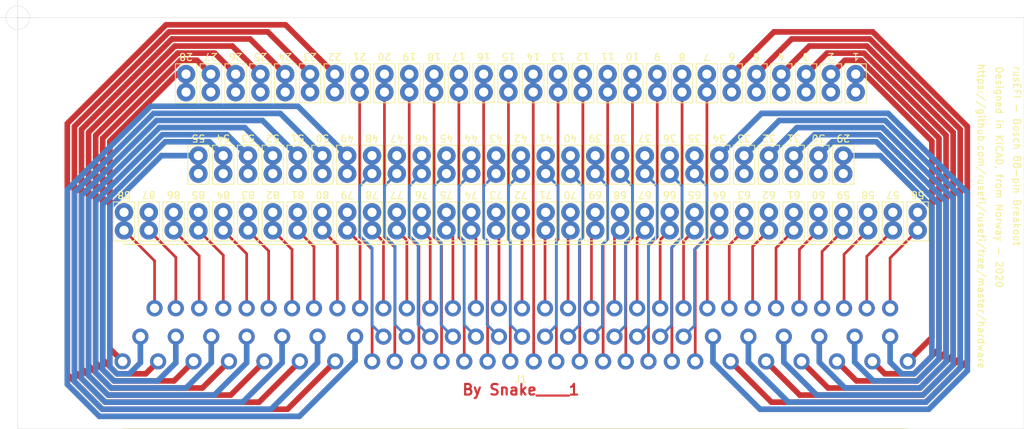
<source format=kicad_pcb>
(kicad_pcb (version 20171130) (host pcbnew "(5.1.5)-2")
  (layers (0 F.Cu signal) (31 B.Cu signal) (34 B.Paste user) (35 F.Paste user) (36 B.SilkS user) (37 F.SilkS user) (38 B.Mask user) (39 F.Mask user) (44 Edge.Cuts user))
  (net 0 "")
  (net 1 "Net-(J1-Pad1)")
  (net 2 "Net-(J1-Pad2)")
  (net 3 "Net-(J1-Pad3)")
  (net 4 "Net-(J1-Pad4)")
  (net 5 "Net-(J1-Pad5)")
  (net 6 "Net-(J1-Pad6)")
  (net 7 "Net-(J1-Pad7)")
  (net 8 "Net-(J1-Pad8)")
  (net 9 "Net-(J1-Pad9)")
  (net 10 "Net-(J1-Pad10)")
  (net 11 "Net-(J1-Pad11)")
  (net 12 "Net-(J1-Pad12)")
  (net 13 "Net-(J1-Pad13)")
  (net 14 "Net-(J1-Pad14)")
  (net 15 "Net-(J1-Pad15)")
  (net 16 "Net-(J1-Pad16)")
  (net 17 "Net-(J1-Pad17)")
  (net 18 "Net-(J1-Pad18)")
  (net 19 "Net-(J1-Pad19)")
  (net 20 "Net-(J1-Pad20)")
  (net 21 "Net-(J1-Pad21)")
  (net 22 "Net-(J1-Pad22)")
  (net 23 "Net-(J1-Pad23)")
  (net 24 "Net-(J1-Pad24)")
  (net 25 "Net-(J1-Pad25)")
  (net 26 "Net-(J1-Pad26)")
  (net 27 "Net-(J1-Pad27)")
  (net 28 "Net-(J1-Pad28)")
  (net 29 "Net-(J1-Pad29)")
  (net 30 "Net-(J1-Pad30)")
  (net 31 "Net-(J1-Pad31)")
  (net 32 "Net-(J1-Pad32)")
  (net 33 "Net-(J1-Pad33)")
  (net 34 "Net-(J1-Pad34)")
  (net 35 "Net-(J1-Pad35)")
  (net 36 "Net-(J1-Pad36)")
  (net 37 "Net-(J1-Pad37)")
  (net 38 "Net-(J1-Pad38)")
  (net 39 "Net-(J1-Pad39)")
  (net 40 "Net-(J1-Pad40)")
  (net 41 "Net-(J1-Pad41)")
  (net 42 "Net-(J1-Pad42)")
  (net 43 "Net-(J1-Pad43)")
  (net 44 "Net-(J1-Pad44)")
  (net 45 "Net-(J1-Pad45)")
  (net 46 "Net-(J1-Pad46)")
  (net 47 "Net-(J1-Pad47)")
  (net 48 "Net-(J1-Pad48)")
  (net 49 "Net-(J1-Pad49)")
  (net 50 "Net-(J1-Pad50)")
  (net 51 "Net-(J1-Pad51)")
  (net 52 "Net-(J1-Pad52)")
  (net 53 "Net-(J1-Pad53)")
  (net 54 "Net-(J1-Pad54)")
  (net 55 "Net-(J1-Pad55)")
  (net 56 "Net-(J1-Pad56)")
  (net 57 "Net-(J1-Pad57)")
  (net 58 "Net-(J1-Pad58)")
  (net 59 "Net-(J1-Pad59)")
  (net 60 "Net-(J1-Pad60)")
  (net 61 "Net-(J1-Pad61)")
  (net 62 "Net-(J1-Pad62)")
  (net 63 "Net-(J1-Pad63)")
  (net 64 "Net-(J1-Pad64)")
  (net 65 "Net-(J1-Pad65)")
  (net 66 "Net-(J1-Pad66)")
  (net 67 "Net-(J1-Pad67)")
  (net 68 "Net-(J1-Pad68)")
  (net 69 "Net-(J1-Pad69)")
  (net 70 "Net-(J1-Pad70)")
  (net 71 "Net-(J1-Pad71)")
  (net 72 "Net-(J1-Pad72)")
  (net 73 "Net-(J1-Pad73)")
  (net 74 "Net-(J1-Pad74)")
  (net 75 "Net-(J1-Pad75)")
  (net 76 "Net-(J1-Pad76)")
  (net 77 "Net-(J1-Pad77)")
  (net 78 "Net-(J1-Pad78)")
  (net 79 "Net-(J1-Pad79)")
  (net 80 "Net-(J1-Pad80)")
  (net 81 "Net-(J1-Pad81)")
  (net 82 "Net-(J1-Pad82)")
  (net 83 "Net-(J1-Pad83)")
  (net 84 "Net-(J1-Pad84)")
  (net 85 "Net-(J1-Pad85)")
  (net 86 "Net-(J1-Pad86)")
  (net 87 "Net-(J1-Pad87)")
  (net 88 "Net-(J1-Pad88)")
  (module UserConnectors:BOSCH-88pin (layer F.Cu) (at 146 123.5 180)
    (fp_text reference J1 (at 0 -2.5) (layer F.SilkS))
    (fp_text value BOSCH_88PIN_02X44)
    (pad 1 thru_hole circle (at -54.61 0 180) (size 2.286 2.286) (drill 1.321) (layers *.Cu *.Mask) (net 1 "Net-(J1-Pad1)"))
    (pad 2 thru_hole circle (at -49.61 0 180) (size 2.286 2.286) (drill 1.321) (layers *.Cu *.Mask) (net 2 "Net-(J1-Pad2)"))
    (pad 3 thru_hole circle (at -44.61 0 180) (size 2.286 2.286) (drill 1.321) (layers *.Cu *.Mask) (net 3 "Net-(J1-Pad3)"))
    (pad 4 thru_hole circle (at -39.61 0 180) (size 2.286 2.286) (drill 1.321) (layers *.Cu *.Mask) (net 4 "Net-(J1-Pad4)"))
    (pad 5 thru_hole circle (at -34.61 0 180) (size 2.286 2.286) (drill 1.321) (layers *.Cu *.Mask) (net 5 "Net-(J1-Pad5)"))
    (pad 6 thru_hole circle (at -29.61 0 180) (size 2.286 2.286) (drill 1.321) (layers *.Cu *.Mask) (net 6 "Net-(J1-Pad6)"))
    (pad 7 thru_hole circle (at -24.61 0 180) (size 2.286 2.286) (drill 1.321) (layers *.Cu *.Mask) (net 7 "Net-(J1-Pad7)"))
    (pad 8 thru_hole circle (at -21.31 0 180) (size 2.286 2.286) (drill 1.321) (layers *.Cu *.Mask) (net 8 "Net-(J1-Pad8)"))
    (pad 9 thru_hole circle (at -18.01 0 180) (size 2.286 2.286) (drill 1.321) (layers *.Cu *.Mask) (net 9 "Net-(J1-Pad9)"))
    (pad 10 thru_hole circle (at -14.81 0 180) (size 2.286 2.286) (drill 1.321) (layers *.Cu *.Mask) (net 10 "Net-(J1-Pad10)"))
    (pad 11 thru_hole circle (at -11.61 0 180) (size 2.286 2.286) (drill 1.321) (layers *.Cu *.Mask) (net 11 "Net-(J1-Pad11)"))
    (pad 12 thru_hole circle (at -8.31 0 180) (size 2.286 2.286) (drill 1.321) (layers *.Cu *.Mask) (net 12 "Net-(J1-Pad12)"))
    (pad 13 thru_hole circle (at -5.01 0 180) (size 2.286 2.286) (drill 1.321) (layers *.Cu *.Mask) (net 13 "Net-(J1-Pad13)"))
    (pad 14 thru_hole circle (at -1.81 0 180) (size 2.286 2.286) (drill 1.321) (layers *.Cu *.Mask) (net 14 "Net-(J1-Pad14)"))
    (pad 15 thru_hole circle (at 1.49 0 180) (size 2.286 2.286) (drill 1.321) (layers *.Cu *.Mask) (net 15 "Net-(J1-Pad15)"))
    (pad 16 thru_hole circle (at 4.69 0 180) (size 2.286 2.286) (drill 1.321) (layers *.Cu *.Mask) (net 16 "Net-(J1-Pad16)"))
    (pad 17 thru_hole circle (at 7.99 0 180) (size 2.286 2.286) (drill 1.321) (layers *.Cu *.Mask) (net 17 "Net-(J1-Pad17)"))
    (pad 18 thru_hole circle (at 11.19 0 180) (size 2.286 2.286) (drill 1.321) (layers *.Cu *.Mask) (net 18 "Net-(J1-Pad18)"))
    (pad 19 thru_hole circle (at 14.39 0 180) (size 2.286 2.286) (drill 1.321) (layers *.Cu *.Mask) (net 19 "Net-(J1-Pad19)"))
    (pad 20 thru_hole circle (at 17.79 0 180) (size 2.286 2.286) (drill 1.321) (layers *.Cu *.Mask) (net 20 "Net-(J1-Pad20)"))
    (pad 21 thru_hole circle (at 20.99 0 180) (size 2.286 2.286) (drill 1.321) (layers *.Cu *.Mask) (net 21 "Net-(J1-Pad21)"))
    (pad 22 thru_hole circle (at 26.19 0 180) (size 2.286 2.286) (drill 1.321) (layers *.Cu *.Mask) (net 22 "Net-(J1-Pad22)"))
    (pad 23 thru_hole circle (at 31.19 0 180) (size 2.286 2.286) (drill 1.321) (layers *.Cu *.Mask) (net 23 "Net-(J1-Pad23)"))
    (pad 24 thru_hole circle (at 36.19 0 180) (size 2.286 2.286) (drill 1.321) (layers *.Cu *.Mask) (net 24 "Net-(J1-Pad24)"))
    (pad 25 thru_hole circle (at 41.19 0 180) (size 2.286 2.286) (drill 1.321) (layers *.Cu *.Mask) (net 25 "Net-(J1-Pad25)"))
    (pad 26 thru_hole circle (at 46.19 0 180) (size 2.286 2.286) (drill 1.321) (layers *.Cu *.Mask) (net 26 "Net-(J1-Pad26)"))
    (pad 27 thru_hole circle (at 51.19 0 180) (size 2.286 2.286) (drill 1.321) (layers *.Cu *.Mask) (net 27 "Net-(J1-Pad27)"))
    (pad 28 thru_hole circle (at 56.19 0 180) (size 2.286 2.286) (drill 1.321) (layers *.Cu *.Mask) (net 28 "Net-(J1-Pad28)"))
    (pad 29 thru_hole circle (at -52.11 3.5 180) (size 2.286 2.286) (drill 1.321) (layers *.Cu *.Mask) (net 29 "Net-(J1-Pad29)"))
    (pad 30 thru_hole circle (at -47.11 3.5 180) (size 2.286 2.286) (drill 1.321) (layers *.Cu *.Mask) (net 30 "Net-(J1-Pad30)"))
    (pad 31 thru_hole circle (at -42.11 3.5 180) (size 2.286 2.286) (drill 1.321) (layers *.Cu *.Mask) (net 31 "Net-(J1-Pad31)"))
    (pad 32 thru_hole circle (at -37.11 3.5 180) (size 2.286 2.286) (drill 1.321) (layers *.Cu *.Mask) (net 32 "Net-(J1-Pad32)"))
    (pad 33 thru_hole circle (at -32.11 3.5 180) (size 2.286 2.286) (drill 1.321) (layers *.Cu *.Mask) (net 33 "Net-(J1-Pad33)"))
    (pad 34 thru_hole circle (at -27.11 3.5 180) (size 2.286 2.286) (drill 1.321) (layers *.Cu *.Mask) (net 34 "Net-(J1-Pad34)"))
    (pad 35 thru_hole circle (at -22.96 3.5 180) (size 2.286 2.286) (drill 1.321) (layers *.Cu *.Mask) (net 35 "Net-(J1-Pad35)"))
    (pad 36 thru_hole circle (at -19.66 3.5 180) (size 2.286 2.286) (drill 1.321) (layers *.Cu *.Mask) (net 36 "Net-(J1-Pad36)"))
    (pad 37 thru_hole circle (at -16.41 3.5 180) (size 2.286 2.286) (drill 1.321) (layers *.Cu *.Mask) (net 37 "Net-(J1-Pad37)"))
    (pad 38 thru_hole circle (at -13.21 3.5 180) (size 2.286 2.286) (drill 1.321) (layers *.Cu *.Mask) (net 38 "Net-(J1-Pad38)"))
    (pad 39 thru_hole circle (at -9.96 3.5 180) (size 2.286 2.286) (drill 1.321) (layers *.Cu *.Mask) (net 39 "Net-(J1-Pad39)"))
    (pad 40 thru_hole circle (at -6.66 3.5 180) (size 2.286 2.286) (drill 1.321) (layers *.Cu *.Mask) (net 40 "Net-(J1-Pad40)"))
    (pad 41 thru_hole circle (at -3.41 3.5 180) (size 2.286 2.286) (drill 1.321) (layers *.Cu *.Mask) (net 41 "Net-(J1-Pad41)"))
    (pad 42 thru_hole circle (at -0.16 3.5 180) (size 2.286 2.286) (drill 1.321) (layers *.Cu *.Mask) (net 42 "Net-(J1-Pad42)"))
    (pad 43 thru_hole circle (at 3.09 3.5 180) (size 2.286 2.286) (drill 1.321) (layers *.Cu *.Mask) (net 43 "Net-(J1-Pad43)"))
    (pad 44 thru_hole circle (at 6.34 3.5 180) (size 2.286 2.286) (drill 1.321) (layers *.Cu *.Mask) (net 44 "Net-(J1-Pad44)"))
    (pad 45 thru_hole circle (at 9.59 3.5 180) (size 2.286 2.286) (drill 1.321) (layers *.Cu *.Mask) (net 45 "Net-(J1-Pad45)"))
    (pad 46 thru_hole circle (at 12.79 3.5 180) (size 2.286 2.286) (drill 1.321) (layers *.Cu *.Mask) (net 46 "Net-(J1-Pad46)"))
    (pad 47 thru_hole circle (at 16.09 3.5 180) (size 2.286 2.286) (drill 1.321) (layers *.Cu *.Mask) (net 47 "Net-(J1-Pad47)"))
    (pad 48 thru_hole circle (at 19.39 3.5 180) (size 2.286 2.286) (drill 1.321) (layers *.Cu *.Mask) (net 48 "Net-(J1-Pad48)"))
    (pad 49 thru_hole circle (at 23.39 3.5 180) (size 2.286 2.286) (drill 1.321) (layers *.Cu *.Mask) (net 49 "Net-(J1-Pad49)"))
    (pad 50 thru_hole circle (at 28.69 3.5 180) (size 2.286 2.286) (drill 1.321) (layers *.Cu *.Mask) (net 50 "Net-(J1-Pad50)"))
    (pad 51 thru_hole circle (at 33.69 3.5 180) (size 2.286 2.286) (drill 1.321) (layers *.Cu *.Mask) (net 51 "Net-(J1-Pad51)"))
    (pad 52 thru_hole circle (at 38.69 3.5 180) (size 2.286 2.286) (drill 1.321) (layers *.Cu *.Mask) (net 52 "Net-(J1-Pad52)"))
    (pad 53 thru_hole circle (at 43.69 3.5 180) (size 2.286 2.286) (drill 1.321) (layers *.Cu *.Mask) (net 53 "Net-(J1-Pad53)"))
    (pad 54 thru_hole circle (at 48.69 3.5 180) (size 2.286 2.286) (drill 1.321) (layers *.Cu *.Mask) (net 54 "Net-(J1-Pad54)"))
    (pad 55 thru_hole circle (at 53.69 3.5 180) (size 2.286 2.286) (drill 1.321) (layers *.Cu *.Mask) (net 55 "Net-(J1-Pad55)"))
    (pad 56 thru_hole circle (at -52.11 7.5 180) (size 2.286 2.286) (drill 1.321) (layers *.Cu *.Mask) (net 56 "Net-(J1-Pad56)"))
    (pad 57 thru_hole circle (at -48.81 7.5 180) (size 2.286 2.286) (drill 1.321) (layers *.Cu *.Mask) (net 57 "Net-(J1-Pad57)"))
    (pad 58 thru_hole circle (at -45.61 7.5 180) (size 2.286 2.286) (drill 1.321) (layers *.Cu *.Mask) (net 58 "Net-(J1-Pad58)"))
    (pad 59 thru_hole circle (at -42.51 7.5 180) (size 2.286 2.286) (drill 1.321) (layers *.Cu *.Mask) (net 59 "Net-(J1-Pad59)"))
    (pad 60 thru_hole circle (at -39.31 7.5 180) (size 2.286 2.286) (drill 1.321) (layers *.Cu *.Mask) (net 60 "Net-(J1-Pad60)"))
    (pad 61 thru_hole circle (at -36.01 7.5 180) (size 2.286 2.286) (drill 1.321) (layers *.Cu *.Mask) (net 61 "Net-(J1-Pad61)"))
    (pad 62 thru_hole circle (at -32.71 7.5 180) (size 2.286 2.286) (drill 1.321) (layers *.Cu *.Mask) (net 62 "Net-(J1-Pad62)"))
    (pad 63 thru_hole circle (at -29.41 7.5 180) (size 2.286 2.286) (drill 1.321) (layers *.Cu *.Mask) (net 63 "Net-(J1-Pad63)"))
    (pad 64 thru_hole circle (at -26.31 7.5 180) (size 2.286 2.286) (drill 1.321) (layers *.Cu *.Mask) (net 64 "Net-(J1-Pad64)"))
    (pad 65 thru_hole circle (at -22.96 7.5 180) (size 2.286 2.286) (drill 1.321) (layers *.Cu *.Mask) (net 65 "Net-(J1-Pad65)"))
    (pad 66 thru_hole circle (at -19.66 7.5 180) (size 2.286 2.286) (drill 1.321) (layers *.Cu *.Mask) (net 66 "Net-(J1-Pad66)"))
    (pad 67 thru_hole circle (at -16.41 7.5 180) (size 2.286 2.286) (drill 1.321) (layers *.Cu *.Mask) (net 67 "Net-(J1-Pad67)"))
    (pad 68 thru_hole circle (at -13.21 7.5 180) (size 2.286 2.286) (drill 1.321) (layers *.Cu *.Mask) (net 68 "Net-(J1-Pad68)"))
    (pad 69 thru_hole circle (at -9.96 7.5 180) (size 2.286 2.286) (drill 1.321) (layers *.Cu *.Mask) (net 69 "Net-(J1-Pad69)"))
    (pad 70 thru_hole circle (at -6.66 7.5 180) (size 2.286 2.286) (drill 1.321) (layers *.Cu *.Mask) (net 70 "Net-(J1-Pad70)"))
    (pad 71 thru_hole circle (at -3.41 7.5 180) (size 2.286 2.286) (drill 1.321) (layers *.Cu *.Mask) (net 71 "Net-(J1-Pad71)"))
    (pad 72 thru_hole circle (at -0.16 7.5 180) (size 2.286 2.286) (drill 1.321) (layers *.Cu *.Mask) (net 72 "Net-(J1-Pad72)"))
    (pad 73 thru_hole circle (at 3.09 7.5 180) (size 2.286 2.286) (drill 1.321) (layers *.Cu *.Mask) (net 73 "Net-(J1-Pad73)"))
    (pad 74 thru_hole circle (at 6.34 7.5 180) (size 2.286 2.286) (drill 1.321) (layers *.Cu *.Mask) (net 74 "Net-(J1-Pad74)"))
    (pad 75 thru_hole circle (at 9.59 7.5 180) (size 2.286 2.286) (drill 1.321) (layers *.Cu *.Mask) (net 75 "Net-(J1-Pad75)"))
    (pad 76 thru_hole circle (at 12.79 7.5 180) (size 2.286 2.286) (drill 1.321) (layers *.Cu *.Mask) (net 76 "Net-(J1-Pad76)"))
    (pad 77 thru_hole circle (at 16.09 7.5 180) (size 2.286 2.286) (drill 1.321) (layers *.Cu *.Mask) (net 77 "Net-(J1-Pad77)"))
    (pad 78 thru_hole circle (at 19.39 7.5 180) (size 2.286 2.286) (drill 1.321) (layers *.Cu *.Mask) (net 78 "Net-(J1-Pad78)"))
    (pad 79 thru_hole circle (at 22.69 7.5 180) (size 2.286 2.286) (drill 1.321) (layers *.Cu *.Mask) (net 79 "Net-(J1-Pad79)"))
    (pad 80 thru_hole circle (at 25.89 7.5 180) (size 2.286 2.286) (drill 1.321) (layers *.Cu *.Mask) (net 80 "Net-(J1-Pad80)"))
    (pad 81 thru_hole circle (at 29.19 7.5 180) (size 2.286 2.286) (drill 1.321) (layers *.Cu *.Mask) (net 81 "Net-(J1-Pad81)"))
    (pad 82 thru_hole circle (at 32.29 7.5 180) (size 2.286 2.286) (drill 1.321) (layers *.Cu *.Mask) (net 82 "Net-(J1-Pad82)"))
    (pad 83 thru_hole circle (at 35.59 7.5 180) (size 2.286 2.286) (drill 1.321) (layers *.Cu *.Mask) (net 83 "Net-(J1-Pad83)"))
    (pad 84 thru_hole circle (at 38.69 7.5 180) (size 2.286 2.286) (drill 1.321) (layers *.Cu *.Mask) (net 84 "Net-(J1-Pad84)"))
    (pad 85 thru_hole circle (at 41.99 7.5 180) (size 2.286 2.286) (drill 1.321) (layers *.Cu *.Mask) (net 85 "Net-(J1-Pad85)"))
    (pad 86 thru_hole circle (at 45.39 7.5 180) (size 2.286 2.286) (drill 1.321) (layers *.Cu *.Mask) (net 86 "Net-(J1-Pad86)"))
    (pad 87 thru_hole circle (at 48.69 7.5 180) (size 2.286 2.286) (drill 1.321) (layers *.Cu *.Mask) (net 87 "Net-(J1-Pad87)"))
    (pad 88 thru_hole circle (at 51.69 7.5 180) (size 2.286 2.286) (drill 1.321) (layers *.Cu *.Mask) (net 88 "Net-(J1-Pad88)"))
  )
  (module TestPoint:TestPoint_Bridge_Pitch2.54mm_Drill1.3mm (layer F.Cu) (at 193.25 85.5 90)
    (fp_text reference J2 hide)
    (fp_text value Pin1)
    (pad 1 thru_hole circle (at 0 0 90) (size 2.6 2.6) (drill 1.3) (layers *.Cu *.Mask) (net 1 "Net-(J1-Pad1)"))
    (pad 1 thru_hole circle (at 2.54 0 90) (size 2.6 2.6) (drill 1.3) (layers *.Cu *.Mask) (net 1 "Net-(J1-Pad1)"))
  )
  (module TestPoint:TestPoint_Bridge_Pitch2.54mm_Drill1.3mm (layer F.Cu) (at 186.25 85.5 90)
    (fp_text reference J3 hide)
    (fp_text value Pin3)
    (pad 1 thru_hole circle (at 2.54 0 90) (size 2.6 2.6) (drill 1.3) (layers *.Cu *.Mask) (net 3 "Net-(J1-Pad3)"))
    (pad 1 thru_hole circle (at 0 0 90) (size 2.6 2.6) (drill 1.3) (layers *.Cu *.Mask) (net 3 "Net-(J1-Pad3)"))
  )
  (module TestPoint:TestPoint_Bridge_Pitch2.54mm_Drill1.3mm (layer F.Cu) (at 179.25 85.5 90)
    (fp_text reference J4 hide)
    (fp_text value Pin5)
    (pad 1 thru_hole circle (at 0 0 90) (size 2.6 2.6) (drill 1.3) (layers *.Cu *.Mask) (net 5 "Net-(J1-Pad5)"))
    (pad 1 thru_hole circle (at 2.54 0 90) (size 2.6 2.6) (drill 1.3) (layers *.Cu *.Mask) (net 5 "Net-(J1-Pad5)"))
  )
  (module TestPoint:TestPoint_Bridge_Pitch2.54mm_Drill1.3mm (layer F.Cu) (at 172.25 85.5 90)
    (fp_text reference J5 hide)
    (fp_text value Pin7)
    (pad 1 thru_hole circle (at 2.54 0 90) (size 2.6 2.6) (drill 1.3) (layers *.Cu *.Mask) (net 7 "Net-(J1-Pad7)"))
    (pad 1 thru_hole circle (at 0 0 90) (size 2.6 2.6) (drill 1.3) (layers *.Cu *.Mask) (net 7 "Net-(J1-Pad7)"))
  )
  (module TestPoint:TestPoint_Bridge_Pitch2.54mm_Drill1.3mm (layer F.Cu) (at 165.25 85.5 90)
    (fp_text reference J6 hide)
    (fp_text value Pin9)
    (pad 1 thru_hole circle (at 0 0 90) (size 2.6 2.6) (drill 1.3) (layers *.Cu *.Mask) (net 9 "Net-(J1-Pad9)"))
    (pad 1 thru_hole circle (at 2.54 0 90) (size 2.6 2.6) (drill 1.3) (layers *.Cu *.Mask) (net 9 "Net-(J1-Pad9)"))
  )
  (module TestPoint:TestPoint_Bridge_Pitch2.54mm_Drill1.3mm (layer F.Cu) (at 158.25 85.5 90)
    (fp_text reference J7 hide)
    (fp_text value Pin11)
    (pad 1 thru_hole circle (at 0 0 90) (size 2.6 2.6) (drill 1.3) (layers *.Cu *.Mask) (net 11 "Net-(J1-Pad11)"))
    (pad 1 thru_hole circle (at 2.54 0 90) (size 2.6 2.6) (drill 1.3) (layers *.Cu *.Mask) (net 11 "Net-(J1-Pad11)"))
  )
  (module TestPoint:TestPoint_Bridge_Pitch2.54mm_Drill1.3mm (layer F.Cu) (at 151.25 85.5 90)
    (fp_text reference J8 hide)
    (fp_text value Pin13)
    (pad 1 thru_hole circle (at 2.54 0 90) (size 2.6 2.6) (drill 1.3) (layers *.Cu *.Mask) (net 13 "Net-(J1-Pad13)"))
    (pad 1 thru_hole circle (at 0 0 90) (size 2.6 2.6) (drill 1.3) (layers *.Cu *.Mask) (net 13 "Net-(J1-Pad13)"))
  )
  (module TestPoint:TestPoint_Bridge_Pitch2.54mm_Drill1.3mm (layer F.Cu) (at 144.25 85.5 90)
    (fp_text reference J9 hide)
    (fp_text value Pin15)
    (pad 1 thru_hole circle (at 0 0 90) (size 2.6 2.6) (drill 1.3) (layers *.Cu *.Mask) (net 15 "Net-(J1-Pad15)"))
    (pad 1 thru_hole circle (at 2.54 0 90) (size 2.6 2.6) (drill 1.3) (layers *.Cu *.Mask) (net 15 "Net-(J1-Pad15)"))
  )
  (module TestPoint:TestPoint_Bridge_Pitch2.54mm_Drill1.3mm (layer F.Cu) (at 137.25 85.5 90)
    (fp_text reference J10 hide)
    (fp_text value Pin17)
    (pad 1 thru_hole circle (at 2.54 0 90) (size 2.6 2.6) (drill 1.3) (layers *.Cu *.Mask) (net 17 "Net-(J1-Pad17)"))
    (pad 1 thru_hole circle (at 0 0 90) (size 2.6 2.6) (drill 1.3) (layers *.Cu *.Mask) (net 17 "Net-(J1-Pad17)"))
  )
  (module TestPoint:TestPoint_Bridge_Pitch2.54mm_Drill1.3mm (layer F.Cu) (at 130.25 85.5 90)
    (fp_text reference J11 hide)
    (fp_text value Pin19)
    (pad 1 thru_hole circle (at 0 0 90) (size 2.6 2.6) (drill 1.3) (layers *.Cu *.Mask) (net 19 "Net-(J1-Pad19)"))
    (pad 1 thru_hole circle (at 2.54 0 90) (size 2.6 2.6) (drill 1.3) (layers *.Cu *.Mask) (net 19 "Net-(J1-Pad19)"))
  )
  (module TestPoint:TestPoint_Bridge_Pitch2.54mm_Drill1.3mm (layer F.Cu) (at 123.25 85.5 90)
    (fp_text reference J12 hide)
    (fp_text value Pin21)
    (pad 1 thru_hole circle (at 0 0 90) (size 2.6 2.6) (drill 1.3) (layers *.Cu *.Mask) (net 21 "Net-(J1-Pad21)"))
    (pad 1 thru_hole circle (at 2.54 0 90) (size 2.6 2.6) (drill 1.3) (layers *.Cu *.Mask) (net 21 "Net-(J1-Pad21)"))
  )
  (module TestPoint:TestPoint_Bridge_Pitch2.54mm_Drill1.3mm (layer F.Cu) (at 116.25 85.5 90)
    (fp_text reference J13 hide)
    (fp_text value Pin23)
    (pad 1 thru_hole circle (at 0 0 90) (size 2.6 2.6) (drill 1.3) (layers *.Cu *.Mask) (net 23 "Net-(J1-Pad23)"))
    (pad 1 thru_hole circle (at 2.54 0 90) (size 2.6 2.6) (drill 1.3) (layers *.Cu *.Mask) (net 23 "Net-(J1-Pad23)"))
  )
  (module TestPoint:TestPoint_Bridge_Pitch2.54mm_Drill1.3mm (layer F.Cu) (at 109.25 85.5 90)
    (fp_text reference J14 hide)
    (fp_text value Pin25)
    (pad 1 thru_hole circle (at 2.54 0 90) (size 2.6 2.6) (drill 1.3) (layers *.Cu *.Mask) (net 25 "Net-(J1-Pad25)"))
    (pad 1 thru_hole circle (at 0 0 90) (size 2.6 2.6) (drill 1.3) (layers *.Cu *.Mask) (net 25 "Net-(J1-Pad25)"))
  )
  (module TestPoint:TestPoint_Bridge_Pitch2.54mm_Drill1.3mm (layer F.Cu) (at 102.25 85.5 90)
    (fp_text reference J15 hide)
    (fp_text value Pin27)
    (pad 1 thru_hole circle (at 0 0 90) (size 2.6 2.6) (drill 1.3) (layers *.Cu *.Mask) (net 27 "Net-(J1-Pad27)"))
    (pad 1 thru_hole circle (at 2.54 0 90) (size 2.6 2.6) (drill 1.3) (layers *.Cu *.Mask) (net 27 "Net-(J1-Pad27)"))
  )
  (module TestPoint:TestPoint_Bridge_Pitch2.54mm_Drill1.3mm (layer F.Cu) (at 191.5 97 90)
    (fp_text reference J16 hide)
    (fp_text value Pin29)
    (pad 1 thru_hole circle (at 2.54 0 90) (size 2.6 2.6) (drill 1.3) (layers *.Cu *.Mask) (net 29 "Net-(J1-Pad29)"))
    (pad 1 thru_hole circle (at 0 0 90) (size 2.6 2.6) (drill 1.3) (layers *.Cu *.Mask) (net 29 "Net-(J1-Pad29)"))
  )
  (module TestPoint:TestPoint_Bridge_Pitch2.54mm_Drill1.3mm (layer F.Cu) (at 184.5 97 90)
    (fp_text reference J17 hide)
    (fp_text value Pin31)
    (pad 1 thru_hole circle (at 0 0 90) (size 2.6 2.6) (drill 1.3) (layers *.Cu *.Mask) (net 31 "Net-(J1-Pad31)"))
    (pad 1 thru_hole circle (at 2.54 0 90) (size 2.6 2.6) (drill 1.3) (layers *.Cu *.Mask) (net 31 "Net-(J1-Pad31)"))
  )
  (module TestPoint:TestPoint_Bridge_Pitch2.54mm_Drill1.3mm (layer F.Cu) (at 177.5 97 90)
    (fp_text reference J18 hide)
    (fp_text value Pin33)
    (pad 1 thru_hole circle (at 2.54 0 90) (size 2.6 2.6) (drill 1.3) (layers *.Cu *.Mask) (net 33 "Net-(J1-Pad33)"))
    (pad 1 thru_hole circle (at 0 0 90) (size 2.6 2.6) (drill 1.3) (layers *.Cu *.Mask) (net 33 "Net-(J1-Pad33)"))
  )
  (module TestPoint:TestPoint_Bridge_Pitch2.54mm_Drill1.3mm (layer F.Cu) (at 170.5 97 90)
    (fp_text reference J19 hide)
    (fp_text value Pin35)
    (pad 1 thru_hole circle (at 0 0 90) (size 2.6 2.6) (drill 1.3) (layers *.Cu *.Mask) (net 35 "Net-(J1-Pad35)"))
    (pad 1 thru_hole circle (at 2.54 0 90) (size 2.6 2.6) (drill 1.3) (layers *.Cu *.Mask) (net 35 "Net-(J1-Pad35)"))
  )
  (module TestPoint:TestPoint_Bridge_Pitch2.54mm_Drill1.3mm (layer F.Cu) (at 163.5 97 90)
    (fp_text reference J20 hide)
    (fp_text value Pin37)
    (pad 1 thru_hole circle (at 2.54 0 90) (size 2.6 2.6) (drill 1.3) (layers *.Cu *.Mask) (net 37 "Net-(J1-Pad37)"))
    (pad 1 thru_hole circle (at 0 0 90) (size 2.6 2.6) (drill 1.3) (layers *.Cu *.Mask) (net 37 "Net-(J1-Pad37)"))
  )
  (module TestPoint:TestPoint_Bridge_Pitch2.54mm_Drill1.3mm (layer F.Cu) (at 156.5 97 90)
    (fp_text reference J21 hide)
    (fp_text value Pin39)
    (pad 1 thru_hole circle (at 0 0 90) (size 2.6 2.6) (drill 1.3) (layers *.Cu *.Mask) (net 39 "Net-(J1-Pad39)"))
    (pad 1 thru_hole circle (at 2.54 0 90) (size 2.6 2.6) (drill 1.3) (layers *.Cu *.Mask) (net 39 "Net-(J1-Pad39)"))
  )
  (module TestPoint:TestPoint_Bridge_Pitch2.54mm_Drill1.3mm (layer F.Cu) (at 149.5 97 90)
    (fp_text reference J22 hide)
    (fp_text value Pin41)
    (pad 1 thru_hole circle (at 2.54 0 90) (size 2.6 2.6) (drill 1.3) (layers *.Cu *.Mask) (net 41 "Net-(J1-Pad41)"))
    (pad 1 thru_hole circle (at 0 0 90) (size 2.6 2.6) (drill 1.3) (layers *.Cu *.Mask) (net 41 "Net-(J1-Pad41)"))
  )
  (module TestPoint:TestPoint_Bridge_Pitch2.54mm_Drill1.3mm (layer F.Cu) (at 142.5 97 90)
    (fp_text reference J23 hide)
    (fp_text value Pin43)
    (pad 1 thru_hole circle (at 2.54 0 90) (size 2.6 2.6) (drill 1.3) (layers *.Cu *.Mask) (net 43 "Net-(J1-Pad43)"))
    (pad 1 thru_hole circle (at 0 0 90) (size 2.6 2.6) (drill 1.3) (layers *.Cu *.Mask) (net 43 "Net-(J1-Pad43)"))
  )
  (module TestPoint:TestPoint_Bridge_Pitch2.54mm_Drill1.3mm (layer F.Cu) (at 135.5 97 90)
    (fp_text reference J24 hide)
    (fp_text value Pin45)
    (pad 1 thru_hole circle (at 0 0 90) (size 2.6 2.6) (drill 1.3) (layers *.Cu *.Mask) (net 45 "Net-(J1-Pad45)"))
    (pad 1 thru_hole circle (at 2.54 0 90) (size 2.6 2.6) (drill 1.3) (layers *.Cu *.Mask) (net 45 "Net-(J1-Pad45)"))
  )
  (module TestPoint:TestPoint_Bridge_Pitch2.54mm_Drill1.3mm (layer F.Cu) (at 128.5 97 90)
    (fp_text reference J25 hide)
    (fp_text value Pin47)
    (pad 1 thru_hole circle (at 2.54 0 90) (size 2.6 2.6) (drill 1.3) (layers *.Cu *.Mask) (net 47 "Net-(J1-Pad47)"))
    (pad 1 thru_hole circle (at 0 0 90) (size 2.6 2.6) (drill 1.3) (layers *.Cu *.Mask) (net 47 "Net-(J1-Pad47)"))
  )
  (module TestPoint:TestPoint_Bridge_Pitch2.54mm_Drill1.3mm (layer F.Cu) (at 121.5 97 90)
    (fp_text reference J26 hide)
    (fp_text value Pin49)
    (pad 1 thru_hole circle (at 0 0 90) (size 2.6 2.6) (drill 1.3) (layers *.Cu *.Mask) (net 49 "Net-(J1-Pad49)"))
    (pad 1 thru_hole circle (at 2.54 0 90) (size 2.6 2.6) (drill 1.3) (layers *.Cu *.Mask) (net 49 "Net-(J1-Pad49)"))
  )
  (module TestPoint:TestPoint_Bridge_Pitch2.54mm_Drill1.3mm (layer F.Cu) (at 114.5 97 90)
    (fp_text reference J27 hide)
    (fp_text value Pin51)
    (pad 1 thru_hole circle (at 2.54 0 90) (size 2.6 2.6) (drill 1.3) (layers *.Cu *.Mask) (net 51 "Net-(J1-Pad51)"))
    (pad 1 thru_hole circle (at 0 0 90) (size 2.6 2.6) (drill 1.3) (layers *.Cu *.Mask) (net 51 "Net-(J1-Pad51)"))
  )
  (module TestPoint:TestPoint_Bridge_Pitch2.54mm_Drill1.3mm (layer F.Cu) (at 107.5 97 90)
    (fp_text reference J28 hide)
    (fp_text value Pin53)
    (pad 1 thru_hole circle (at 0 0 90) (size 2.6 2.6) (drill 1.3) (layers *.Cu *.Mask) (net 53 "Net-(J1-Pad53)"))
    (pad 1 thru_hole circle (at 2.54 0 90) (size 2.6 2.6) (drill 1.3) (layers *.Cu *.Mask) (net 53 "Net-(J1-Pad53)"))
  )
  (module TestPoint:TestPoint_Bridge_Pitch2.54mm_Drill1.3mm (layer F.Cu) (at 100.5 97 90)
    (fp_text reference J29 hide)
    (fp_text value Pin55)
    (pad 1 thru_hole circle (at 2.54 0 90) (size 2.6 2.6) (drill 1.3) (layers *.Cu *.Mask) (net 55 "Net-(J1-Pad55)"))
    (pad 1 thru_hole circle (at 0 0 90) (size 2.6 2.6) (drill 1.3) (layers *.Cu *.Mask) (net 55 "Net-(J1-Pad55)"))
  )
  (module TestPoint:TestPoint_Bridge_Pitch2.54mm_Drill1.3mm (layer F.Cu) (at 198.5 105 90)
    (fp_text reference J30 hide)
    (fp_text value Pin57)
    (pad 1 thru_hole circle (at 0 0 90) (size 2.6 2.6) (drill 1.3) (layers *.Cu *.Mask) (net 57 "Net-(J1-Pad57)"))
    (pad 1 thru_hole circle (at 2.54 0 90) (size 2.6 2.6) (drill 1.3) (layers *.Cu *.Mask) (net 57 "Net-(J1-Pad57)"))
  )
  (module TestPoint:TestPoint_Bridge_Pitch2.54mm_Drill1.3mm (layer F.Cu) (at 191.5 105 90)
    (fp_text reference J31 hide)
    (fp_text value Pin59)
    (pad 1 thru_hole circle (at 2.54 0 90) (size 2.6 2.6) (drill 1.3) (layers *.Cu *.Mask) (net 59 "Net-(J1-Pad59)"))
    (pad 1 thru_hole circle (at 0 0 90) (size 2.6 2.6) (drill 1.3) (layers *.Cu *.Mask) (net 59 "Net-(J1-Pad59)"))
  )
  (module TestPoint:TestPoint_Bridge_Pitch2.54mm_Drill1.3mm (layer F.Cu) (at 184.5 105 90)
    (fp_text reference J32 hide)
    (fp_text value Pin61)
    (pad 1 thru_hole circle (at 0 0 90) (size 2.6 2.6) (drill 1.3) (layers *.Cu *.Mask) (net 61 "Net-(J1-Pad61)"))
    (pad 1 thru_hole circle (at 2.54 0 90) (size 2.6 2.6) (drill 1.3) (layers *.Cu *.Mask) (net 61 "Net-(J1-Pad61)"))
  )
  (module TestPoint:TestPoint_Bridge_Pitch2.54mm_Drill1.3mm (layer F.Cu) (at 177.5 105 90)
    (fp_text reference J33 hide)
    (fp_text value Pin63)
    (pad 1 thru_hole circle (at 2.54 0 90) (size 2.6 2.6) (drill 1.3) (layers *.Cu *.Mask) (net 63 "Net-(J1-Pad63)"))
    (pad 1 thru_hole circle (at 0 0 90) (size 2.6 2.6) (drill 1.3) (layers *.Cu *.Mask) (net 63 "Net-(J1-Pad63)"))
  )
  (module TestPoint:TestPoint_Bridge_Pitch2.54mm_Drill1.3mm (layer F.Cu) (at 170.5 105 90)
    (fp_text reference J34 hide)
    (fp_text value Pin65)
    (pad 1 thru_hole circle (at 2.54 0 90) (size 2.6 2.6) (drill 1.3) (layers *.Cu *.Mask) (net 65 "Net-(J1-Pad65)"))
    (pad 1 thru_hole circle (at 0 0 90) (size 2.6 2.6) (drill 1.3) (layers *.Cu *.Mask) (net 65 "Net-(J1-Pad65)"))
  )
  (module TestPoint:TestPoint_Bridge_Pitch2.54mm_Drill1.3mm (layer F.Cu) (at 163.5 105 90)
    (fp_text reference J35 hide)
    (fp_text value Pin67)
    (pad 1 thru_hole circle (at 2.54 0 90) (size 2.6 2.6) (drill 1.3) (layers *.Cu *.Mask) (net 67 "Net-(J1-Pad67)"))
    (pad 1 thru_hole circle (at 0 0 90) (size 2.6 2.6) (drill 1.3) (layers *.Cu *.Mask) (net 67 "Net-(J1-Pad67)"))
  )
  (module TestPoint:TestPoint_Bridge_Pitch2.54mm_Drill1.3mm (layer F.Cu) (at 156.5 105 90)
    (fp_text reference J36 hide)
    (fp_text value Pin69)
    (pad 1 thru_hole circle (at 0 0 90) (size 2.6 2.6) (drill 1.3) (layers *.Cu *.Mask) (net 69 "Net-(J1-Pad69)"))
    (pad 1 thru_hole circle (at 2.54 0 90) (size 2.6 2.6) (drill 1.3) (layers *.Cu *.Mask) (net 69 "Net-(J1-Pad69)"))
  )
  (module TestPoint:TestPoint_Bridge_Pitch2.54mm_Drill1.3mm (layer F.Cu) (at 149.5 105 90)
    (fp_text reference J37 hide)
    (fp_text value Pin71)
    (pad 1 thru_hole circle (at 2.54 0 90) (size 2.6 2.6) (drill 1.3) (layers *.Cu *.Mask) (net 71 "Net-(J1-Pad71)"))
    (pad 1 thru_hole circle (at 0 0 90) (size 2.6 2.6) (drill 1.3) (layers *.Cu *.Mask) (net 71 "Net-(J1-Pad71)"))
  )
  (module TestPoint:TestPoint_Bridge_Pitch2.54mm_Drill1.3mm (layer F.Cu) (at 142.5 105 90)
    (fp_text reference J38 hide)
    (fp_text value Pin73)
    (pad 1 thru_hole circle (at 0 0 90) (size 2.6 2.6) (drill 1.3) (layers *.Cu *.Mask) (net 73 "Net-(J1-Pad73)"))
    (pad 1 thru_hole circle (at 2.54 0 90) (size 2.6 2.6) (drill 1.3) (layers *.Cu *.Mask) (net 73 "Net-(J1-Pad73)"))
  )
  (module TestPoint:TestPoint_Bridge_Pitch2.54mm_Drill1.3mm (layer F.Cu) (at 135.5 105 90)
    (fp_text reference J39 hide)
    (fp_text value Pin75)
    (pad 1 thru_hole circle (at 2.54 0 90) (size 2.6 2.6) (drill 1.3) (layers *.Cu *.Mask) (net 75 "Net-(J1-Pad75)"))
    (pad 1 thru_hole circle (at 0 0 90) (size 2.6 2.6) (drill 1.3) (layers *.Cu *.Mask) (net 75 "Net-(J1-Pad75)"))
  )
  (module TestPoint:TestPoint_Bridge_Pitch2.54mm_Drill1.3mm (layer F.Cu) (at 128.5 105 90)
    (fp_text reference J40 hide)
    (fp_text value Pin77)
    (pad 1 thru_hole circle (at 0 0 90) (size 2.6 2.6) (drill 1.3) (layers *.Cu *.Mask) (net 77 "Net-(J1-Pad77)"))
    (pad 1 thru_hole circle (at 2.54 0 90) (size 2.6 2.6) (drill 1.3) (layers *.Cu *.Mask) (net 77 "Net-(J1-Pad77)"))
  )
  (module TestPoint:TestPoint_Bridge_Pitch2.54mm_Drill1.3mm (layer F.Cu) (at 121.5 105 90)
    (fp_text reference J41 hide)
    (fp_text value Pin79)
    (pad 1 thru_hole circle (at 2.54 0 90) (size 2.6 2.6) (drill 1.3) (layers *.Cu *.Mask) (net 79 "Net-(J1-Pad79)"))
    (pad 1 thru_hole circle (at 0 0 90) (size 2.6 2.6) (drill 1.3) (layers *.Cu *.Mask) (net 79 "Net-(J1-Pad79)"))
  )
  (module TestPoint:TestPoint_Bridge_Pitch2.54mm_Drill1.3mm (layer F.Cu) (at 114.5 105 90)
    (fp_text reference J42 hide)
    (fp_text value Pin81)
    (pad 1 thru_hole circle (at 0 0 90) (size 2.6 2.6) (drill 1.3) (layers *.Cu *.Mask) (net 81 "Net-(J1-Pad81)"))
    (pad 1 thru_hole circle (at 2.54 0 90) (size 2.6 2.6) (drill 1.3) (layers *.Cu *.Mask) (net 81 "Net-(J1-Pad81)"))
  )
  (module TestPoint:TestPoint_Bridge_Pitch2.54mm_Drill1.3mm (layer F.Cu) (at 107.5 105 90)
    (fp_text reference J43 hide)
    (fp_text value Pin83)
    (pad 1 thru_hole circle (at 2.54 0 90) (size 2.6 2.6) (drill 1.3) (layers *.Cu *.Mask) (net 83 "Net-(J1-Pad83)"))
    (pad 1 thru_hole circle (at 0 0 90) (size 2.6 2.6) (drill 1.3) (layers *.Cu *.Mask) (net 83 "Net-(J1-Pad83)"))
  )
  (module TestPoint:TestPoint_Bridge_Pitch2.54mm_Drill1.3mm (layer F.Cu) (at 100.5 105 90)
    (fp_text reference J44 hide)
    (fp_text value Pin85)
    (pad 1 thru_hole circle (at 0 0 90) (size 2.6 2.6) (drill 1.3) (layers *.Cu *.Mask) (net 85 "Net-(J1-Pad85)"))
    (pad 1 thru_hole circle (at 2.54 0 90) (size 2.6 2.6) (drill 1.3) (layers *.Cu *.Mask) (net 85 "Net-(J1-Pad85)"))
  )
  (module TestPoint:TestPoint_Bridge_Pitch2.54mm_Drill1.3mm (layer F.Cu) (at 93.5 105 90)
    (fp_text reference J45 hide)
    (fp_text value Pin87)
    (pad 1 thru_hole circle (at 2.54 0 90) (size 2.6 2.6) (drill 1.3) (layers *.Cu *.Mask) (net 87 "Net-(J1-Pad87)"))
    (pad 1 thru_hole circle (at 0 0 90) (size 2.6 2.6) (drill 1.3) (layers *.Cu *.Mask) (net 87 "Net-(J1-Pad87)"))
  )
  (module TestPoint:TestPoint_Bridge_Pitch2.54mm_Drill1.3mm (layer F.Cu) (at 189.75 85.5 90)
    (fp_text reference J46 hide)
    (fp_text value Pin2)
    (pad 1 thru_hole circle (at 0 0 90) (size 2.6 2.6) (drill 1.3) (layers *.Cu *.Mask) (net 2 "Net-(J1-Pad2)"))
    (pad 1 thru_hole circle (at 2.54 0 90) (size 2.6 2.6) (drill 1.3) (layers *.Cu *.Mask) (net 2 "Net-(J1-Pad2)"))
  )
  (module TestPoint:TestPoint_Bridge_Pitch2.54mm_Drill1.3mm (layer F.Cu) (at 182.75 85.5 90)
    (fp_text reference J47 hide)
    (fp_text value Pin4)
    (pad 1 thru_hole circle (at 2.54 0 90) (size 2.6 2.6) (drill 1.3) (layers *.Cu *.Mask) (net 4 "Net-(J1-Pad4)"))
    (pad 1 thru_hole circle (at 0 0 90) (size 2.6 2.6) (drill 1.3) (layers *.Cu *.Mask) (net 4 "Net-(J1-Pad4)"))
  )
  (module TestPoint:TestPoint_Bridge_Pitch2.54mm_Drill1.3mm (layer F.Cu) (at 175.75 85.5 90)
    (fp_text reference J48 hide)
    (fp_text value Pin6)
    (pad 1 thru_hole circle (at 0 0 90) (size 2.6 2.6) (drill 1.3) (layers *.Cu *.Mask) (net 6 "Net-(J1-Pad6)"))
    (pad 1 thru_hole circle (at 2.54 0 90) (size 2.6 2.6) (drill 1.3) (layers *.Cu *.Mask) (net 6 "Net-(J1-Pad6)"))
  )
  (module TestPoint:TestPoint_Bridge_Pitch2.54mm_Drill1.3mm (layer F.Cu) (at 168.75 85.5 90)
    (fp_text reference J49 hide)
    (fp_text value Pin8)
    (pad 1 thru_hole circle (at 2.54 0 90) (size 2.6 2.6) (drill 1.3) (layers *.Cu *.Mask) (net 8 "Net-(J1-Pad8)"))
    (pad 1 thru_hole circle (at 0 0 90) (size 2.6 2.6) (drill 1.3) (layers *.Cu *.Mask) (net 8 "Net-(J1-Pad8)"))
  )
  (module TestPoint:TestPoint_Bridge_Pitch2.54mm_Drill1.3mm (layer F.Cu) (at 161.75 85.5 90)
    (fp_text reference J50 hide)
    (fp_text value Pin10)
    (pad 1 thru_hole circle (at 0 0 90) (size 2.6 2.6) (drill 1.3) (layers *.Cu *.Mask) (net 10 "Net-(J1-Pad10)"))
    (pad 1 thru_hole circle (at 2.54 0 90) (size 2.6 2.6) (drill 1.3) (layers *.Cu *.Mask) (net 10 "Net-(J1-Pad10)"))
  )
  (module TestPoint:TestPoint_Bridge_Pitch2.54mm_Drill1.3mm (layer F.Cu) (at 154.75 85.5 90)
    (fp_text reference J51 hide)
    (fp_text value Pin12)
    (pad 1 thru_hole circle (at 2.54 0 90) (size 2.6 2.6) (drill 1.3) (layers *.Cu *.Mask) (net 12 "Net-(J1-Pad12)"))
    (pad 1 thru_hole circle (at 0 0 90) (size 2.6 2.6) (drill 1.3) (layers *.Cu *.Mask) (net 12 "Net-(J1-Pad12)"))
  )
  (module TestPoint:TestPoint_Bridge_Pitch2.54mm_Drill1.3mm (layer F.Cu) (at 147.75 85.5 90)
    (fp_text reference J52 hide)
    (fp_text value Pin14)
    (pad 1 thru_hole circle (at 0 0 90) (size 2.6 2.6) (drill 1.3) (layers *.Cu *.Mask) (net 14 "Net-(J1-Pad14)"))
    (pad 1 thru_hole circle (at 2.54 0 90) (size 2.6 2.6) (drill 1.3) (layers *.Cu *.Mask) (net 14 "Net-(J1-Pad14)"))
  )
  (module TestPoint:TestPoint_Bridge_Pitch2.54mm_Drill1.3mm (layer F.Cu) (at 140.75 85.5 90)
    (fp_text reference J53 hide)
    (fp_text value Pin16)
    (pad 1 thru_hole circle (at 2.54 0 90) (size 2.6 2.6) (drill 1.3) (layers *.Cu *.Mask) (net 16 "Net-(J1-Pad16)"))
    (pad 1 thru_hole circle (at 0 0 90) (size 2.6 2.6) (drill 1.3) (layers *.Cu *.Mask) (net 16 "Net-(J1-Pad16)"))
  )
  (module TestPoint:TestPoint_Bridge_Pitch2.54mm_Drill1.3mm (layer F.Cu) (at 133.75 85.5 90)
    (fp_text reference J54 hide)
    (fp_text value Pin18)
    (pad 1 thru_hole circle (at 0 0 90) (size 2.6 2.6) (drill 1.3) (layers *.Cu *.Mask) (net 18 "Net-(J1-Pad18)"))
    (pad 1 thru_hole circle (at 2.54 0 90) (size 2.6 2.6) (drill 1.3) (layers *.Cu *.Mask) (net 18 "Net-(J1-Pad18)"))
  )
  (module TestPoint:TestPoint_Bridge_Pitch2.54mm_Drill1.3mm (layer F.Cu) (at 126.75 85.5 90)
    (fp_text reference J55 hide)
    (fp_text value Pin20)
    (pad 1 thru_hole circle (at 2.54 0 90) (size 2.6 2.6) (drill 1.3) (layers *.Cu *.Mask) (net 20 "Net-(J1-Pad20)"))
    (pad 1 thru_hole circle (at 0 0 90) (size 2.6 2.6) (drill 1.3) (layers *.Cu *.Mask) (net 20 "Net-(J1-Pad20)"))
  )
  (module TestPoint:TestPoint_Bridge_Pitch2.54mm_Drill1.3mm (layer F.Cu) (at 119.75 85.5 90)
    (fp_text reference J56 hide)
    (fp_text value Pin22)
    (pad 1 thru_hole circle (at 0 0 90) (size 2.6 2.6) (drill 1.3) (layers *.Cu *.Mask) (net 22 "Net-(J1-Pad22)"))
    (pad 1 thru_hole circle (at 2.54 0 90) (size 2.6 2.6) (drill 1.3) (layers *.Cu *.Mask) (net 22 "Net-(J1-Pad22)"))
  )
  (module TestPoint:TestPoint_Bridge_Pitch2.54mm_Drill1.3mm (layer F.Cu) (at 112.75 85.5 90)
    (fp_text reference J57 hide)
    (fp_text value Pin24)
    (pad 1 thru_hole circle (at 2.54 0 90) (size 2.6 2.6) (drill 1.3) (layers *.Cu *.Mask) (net 24 "Net-(J1-Pad24)"))
    (pad 1 thru_hole circle (at 0 0 90) (size 2.6 2.6) (drill 1.3) (layers *.Cu *.Mask) (net 24 "Net-(J1-Pad24)"))
  )
  (module TestPoint:TestPoint_Bridge_Pitch2.54mm_Drill1.3mm (layer F.Cu) (at 105.75 85.5 90)
    (fp_text reference J58 hide)
    (fp_text value Pin26)
    (pad 1 thru_hole circle (at 0 0 90) (size 2.6 2.6) (drill 1.3) (layers *.Cu *.Mask) (net 26 "Net-(J1-Pad26)"))
    (pad 1 thru_hole circle (at 2.54 0 90) (size 2.6 2.6) (drill 1.3) (layers *.Cu *.Mask) (net 26 "Net-(J1-Pad26)"))
  )
  (module TestPoint:TestPoint_Bridge_Pitch2.54mm_Drill1.3mm (layer F.Cu) (at 98.75 85.5 90)
    (fp_text reference J59 hide)
    (fp_text value Pin28)
    (pad 1 thru_hole circle (at 2.54 0 90) (size 2.6 2.6) (drill 1.3) (layers *.Cu *.Mask) (net 28 "Net-(J1-Pad28)"))
    (pad 1 thru_hole circle (at 0 0 90) (size 2.6 2.6) (drill 1.3) (layers *.Cu *.Mask) (net 28 "Net-(J1-Pad28)"))
  )
  (module TestPoint:TestPoint_Bridge_Pitch2.54mm_Drill1.3mm (layer F.Cu) (at 188 97 90)
    (fp_text reference J60 hide)
    (fp_text value Pin30)
    (pad 1 thru_hole circle (at 0 0 90) (size 2.6 2.6) (drill 1.3) (layers *.Cu *.Mask) (net 30 "Net-(J1-Pad30)"))
    (pad 1 thru_hole circle (at 2.54 0 90) (size 2.6 2.6) (drill 1.3) (layers *.Cu *.Mask) (net 30 "Net-(J1-Pad30)"))
  )
  (module TestPoint:TestPoint_Bridge_Pitch2.54mm_Drill1.3mm (layer F.Cu) (at 181 97 90)
    (fp_text reference J61 hide)
    (fp_text value Pin32)
    (pad 1 thru_hole circle (at 2.54 0 90) (size 2.6 2.6) (drill 1.3) (layers *.Cu *.Mask) (net 32 "Net-(J1-Pad32)"))
    (pad 1 thru_hole circle (at 0 0 90) (size 2.6 2.6) (drill 1.3) (layers *.Cu *.Mask) (net 32 "Net-(J1-Pad32)"))
  )
  (module TestPoint:TestPoint_Bridge_Pitch2.54mm_Drill1.3mm (layer F.Cu) (at 174 97 90)
    (fp_text reference J62 hide)
    (fp_text value Pin34)
    (pad 1 thru_hole circle (at 0 0 90) (size 2.6 2.6) (drill 1.3) (layers *.Cu *.Mask) (net 34 "Net-(J1-Pad34)"))
    (pad 1 thru_hole circle (at 2.54 0 90) (size 2.6 2.6) (drill 1.3) (layers *.Cu *.Mask) (net 34 "Net-(J1-Pad34)"))
  )
  (module TestPoint:TestPoint_Bridge_Pitch2.54mm_Drill1.3mm (layer F.Cu) (at 167 97 90)
    (fp_text reference J63 hide)
    (fp_text value Pin36)
    (pad 1 thru_hole circle (at 2.54 0 90) (size 2.6 2.6) (drill 1.3) (layers *.Cu *.Mask) (net 36 "Net-(J1-Pad36)"))
    (pad 1 thru_hole circle (at 0 0 90) (size 2.6 2.6) (drill 1.3) (layers *.Cu *.Mask) (net 36 "Net-(J1-Pad36)"))
  )
  (module TestPoint:TestPoint_Bridge_Pitch2.54mm_Drill1.3mm (layer F.Cu) (at 160 97 90)
    (fp_text reference J64 hide)
    (fp_text value Pin38)
    (pad 1 thru_hole circle (at 0 0 90) (size 2.6 2.6) (drill 1.3) (layers *.Cu *.Mask) (net 38 "Net-(J1-Pad38)"))
    (pad 1 thru_hole circle (at 2.54 0 90) (size 2.6 2.6) (drill 1.3) (layers *.Cu *.Mask) (net 38 "Net-(J1-Pad38)"))
  )
  (module TestPoint:TestPoint_Bridge_Pitch2.54mm_Drill1.3mm (layer F.Cu) (at 153 97 90)
    (fp_text reference J65 hide)
    (fp_text value Pin40)
    (pad 1 thru_hole circle (at 2.54 0 90) (size 2.6 2.6) (drill 1.3) (layers *.Cu *.Mask) (net 40 "Net-(J1-Pad40)"))
    (pad 1 thru_hole circle (at 0 0 90) (size 2.6 2.6) (drill 1.3) (layers *.Cu *.Mask) (net 40 "Net-(J1-Pad40)"))
  )
  (module TestPoint:TestPoint_Bridge_Pitch2.54mm_Drill1.3mm (layer F.Cu) (at 146 97 90)
    (fp_text reference J66 hide)
    (fp_text value Pin42)
    (pad 1 thru_hole circle (at 0 0 90) (size 2.6 2.6) (drill 1.3) (layers *.Cu *.Mask) (net 42 "Net-(J1-Pad42)"))
    (pad 1 thru_hole circle (at 2.54 0 90) (size 2.6 2.6) (drill 1.3) (layers *.Cu *.Mask) (net 42 "Net-(J1-Pad42)"))
  )
  (module TestPoint:TestPoint_Bridge_Pitch2.54mm_Drill1.3mm (layer F.Cu) (at 139 97 90)
    (fp_text reference J67 hide)
    (fp_text value Pin44)
    (pad 1 thru_hole circle (at 0 0 90) (size 2.6 2.6) (drill 1.3) (layers *.Cu *.Mask) (net 44 "Net-(J1-Pad44)"))
    (pad 1 thru_hole circle (at 2.54 0 90) (size 2.6 2.6) (drill 1.3) (layers *.Cu *.Mask) (net 44 "Net-(J1-Pad44)"))
  )
  (module TestPoint:TestPoint_Bridge_Pitch2.54mm_Drill1.3mm (layer F.Cu) (at 132 97 90)
    (fp_text reference J68 hide)
    (fp_text value Pin46)
    (pad 1 thru_hole circle (at 2.54 0 90) (size 2.6 2.6) (drill 1.3) (layers *.Cu *.Mask) (net 46 "Net-(J1-Pad46)"))
    (pad 1 thru_hole circle (at 0 0 90) (size 2.6 2.6) (drill 1.3) (layers *.Cu *.Mask) (net 46 "Net-(J1-Pad46)"))
  )
  (module TestPoint:TestPoint_Bridge_Pitch2.54mm_Drill1.3mm (layer F.Cu) (at 125 97 90)
    (fp_text reference J69 hide)
    (fp_text value Pin48)
    (pad 1 thru_hole circle (at 2.54 0 90) (size 2.6 2.6) (drill 1.3) (layers *.Cu *.Mask) (net 48 "Net-(J1-Pad48)"))
    (pad 1 thru_hole circle (at 0 0 90) (size 2.6 2.6) (drill 1.3) (layers *.Cu *.Mask) (net 48 "Net-(J1-Pad48)"))
  )
  (module TestPoint:TestPoint_Bridge_Pitch2.54mm_Drill1.3mm (layer F.Cu) (at 118 97 90)
    (fp_text reference J70 hide)
    (fp_text value Pin50)
    (pad 1 thru_hole circle (at 0 0 90) (size 2.6 2.6) (drill 1.3) (layers *.Cu *.Mask) (net 50 "Net-(J1-Pad50)"))
    (pad 1 thru_hole circle (at 2.54 0 90) (size 2.6 2.6) (drill 1.3) (layers *.Cu *.Mask) (net 50 "Net-(J1-Pad50)"))
  )
  (module TestPoint:TestPoint_Bridge_Pitch2.54mm_Drill1.3mm (layer F.Cu) (at 111 97 90)
    (fp_text reference J71 hide)
    (fp_text value Pin52)
    (pad 1 thru_hole circle (at 2.54 0 90) (size 2.6 2.6) (drill 1.3) (layers *.Cu *.Mask) (net 52 "Net-(J1-Pad52)"))
    (pad 1 thru_hole circle (at 0 0 90) (size 2.6 2.6) (drill 1.3) (layers *.Cu *.Mask) (net 52 "Net-(J1-Pad52)"))
  )
  (module TestPoint:TestPoint_Bridge_Pitch2.54mm_Drill1.3mm (layer F.Cu) (at 104 97 90)
    (fp_text reference J72 hide)
    (fp_text value Pin54)
    (pad 1 thru_hole circle (at 0 0 90) (size 2.6 2.6) (drill 1.3) (layers *.Cu *.Mask) (net 54 "Net-(J1-Pad54)"))
    (pad 1 thru_hole circle (at 2.54 0 90) (size 2.6 2.6) (drill 1.3) (layers *.Cu *.Mask) (net 54 "Net-(J1-Pad54)"))
  )
  (module TestPoint:TestPoint_Bridge_Pitch2.54mm_Drill1.3mm (layer F.Cu) (at 202 105 90)
    (fp_text reference J73 hide)
    (fp_text value Pin56)
    (pad 1 thru_hole circle (at 2.54 0 90) (size 2.6 2.6) (drill 1.3) (layers *.Cu *.Mask) (net 56 "Net-(J1-Pad56)"))
    (pad 1 thru_hole circle (at 0 0 90) (size 2.6 2.6) (drill 1.3) (layers *.Cu *.Mask) (net 56 "Net-(J1-Pad56)"))
  )
  (module TestPoint:TestPoint_Bridge_Pitch2.54mm_Drill1.3mm (layer F.Cu) (at 195 105 90)
    (fp_text reference J74 hide)
    (fp_text value Pin58)
    (pad 1 thru_hole circle (at 0 0 90) (size 2.6 2.6) (drill 1.3) (layers *.Cu *.Mask) (net 58 "Net-(J1-Pad58)"))
    (pad 1 thru_hole circle (at 2.54 0 90) (size 2.6 2.6) (drill 1.3) (layers *.Cu *.Mask) (net 58 "Net-(J1-Pad58)"))
  )
  (module TestPoint:TestPoint_Bridge_Pitch2.54mm_Drill1.3mm (layer F.Cu) (at 188 105 90)
    (fp_text reference J75 hide)
    (fp_text value Pin60)
    (pad 1 thru_hole circle (at 2.54 0 90) (size 2.6 2.6) (drill 1.3) (layers *.Cu *.Mask) (net 60 "Net-(J1-Pad60)"))
    (pad 1 thru_hole circle (at 0 0 90) (size 2.6 2.6) (drill 1.3) (layers *.Cu *.Mask) (net 60 "Net-(J1-Pad60)"))
  )
  (module TestPoint:TestPoint_Bridge_Pitch2.54mm_Drill1.3mm (layer F.Cu) (at 181 105 90)
    (fp_text reference J76 hide)
    (fp_text value Pin62)
    (pad 1 thru_hole circle (at 0 0 90) (size 2.6 2.6) (drill 1.3) (layers *.Cu *.Mask) (net 62 "Net-(J1-Pad62)"))
    (pad 1 thru_hole circle (at 2.54 0 90) (size 2.6 2.6) (drill 1.3) (layers *.Cu *.Mask) (net 62 "Net-(J1-Pad62)"))
  )
  (module TestPoint:TestPoint_Bridge_Pitch2.54mm_Drill1.3mm (layer F.Cu) (at 174 105 90)
    (fp_text reference J77 hide)
    (fp_text value Pin64)
    (pad 1 thru_hole circle (at 2.54 0 90) (size 2.6 2.6) (drill 1.3) (layers *.Cu *.Mask) (net 64 "Net-(J1-Pad64)"))
    (pad 1 thru_hole circle (at 0 0 90) (size 2.6 2.6) (drill 1.3) (layers *.Cu *.Mask) (net 64 "Net-(J1-Pad64)"))
  )
  (module TestPoint:TestPoint_Bridge_Pitch2.54mm_Drill1.3mm (layer F.Cu) (at 167 105 90)
    (fp_text reference J78 hide)
    (fp_text value Pin66)
    (pad 1 thru_hole circle (at 0 0 90) (size 2.6 2.6) (drill 1.3) (layers *.Cu *.Mask) (net 66 "Net-(J1-Pad66)"))
    (pad 1 thru_hole circle (at 2.54 0 90) (size 2.6 2.6) (drill 1.3) (layers *.Cu *.Mask) (net 66 "Net-(J1-Pad66)"))
  )
  (module TestPoint:TestPoint_Bridge_Pitch2.54mm_Drill1.3mm (layer F.Cu) (at 160 105 90)
    (fp_text reference J79 hide)
    (fp_text value Pin68)
    (pad 1 thru_hole circle (at 0 0 90) (size 2.6 2.6) (drill 1.3) (layers *.Cu *.Mask) (net 68 "Net-(J1-Pad68)"))
    (pad 1 thru_hole circle (at 2.54 0 90) (size 2.6 2.6) (drill 1.3) (layers *.Cu *.Mask) (net 68 "Net-(J1-Pad68)"))
  )
  (module TestPoint:TestPoint_Bridge_Pitch2.54mm_Drill1.3mm (layer F.Cu) (at 153 105 90)
    (fp_text reference J80 hide)
    (fp_text value Pin70)
    (pad 1 thru_hole circle (at 0 0 90) (size 2.6 2.6) (drill 1.3) (layers *.Cu *.Mask) (net 70 "Net-(J1-Pad70)"))
    (pad 1 thru_hole circle (at 2.54 0 90) (size 2.6 2.6) (drill 1.3) (layers *.Cu *.Mask) (net 70 "Net-(J1-Pad70)"))
  )
  (module TestPoint:TestPoint_Bridge_Pitch2.54mm_Drill1.3mm (layer F.Cu) (at 146 105 90)
    (fp_text reference J81 hide)
    (fp_text value Pin72)
    (pad 1 thru_hole circle (at 2.54 0 90) (size 2.6 2.6) (drill 1.3) (layers *.Cu *.Mask) (net 72 "Net-(J1-Pad72)"))
    (pad 1 thru_hole circle (at 0 0 90) (size 2.6 2.6) (drill 1.3) (layers *.Cu *.Mask) (net 72 "Net-(J1-Pad72)"))
  )
  (module TestPoint:TestPoint_Bridge_Pitch2.54mm_Drill1.3mm (layer F.Cu) (at 139 105 90)
    (fp_text reference J82 hide)
    (fp_text value Pin74)
    (pad 1 thru_hole circle (at 0 0 90) (size 2.6 2.6) (drill 1.3) (layers *.Cu *.Mask) (net 74 "Net-(J1-Pad74)"))
    (pad 1 thru_hole circle (at 2.54 0 90) (size 2.6 2.6) (drill 1.3) (layers *.Cu *.Mask) (net 74 "Net-(J1-Pad74)"))
  )
  (module TestPoint:TestPoint_Bridge_Pitch2.54mm_Drill1.3mm (layer F.Cu) (at 132 105 90)
    (fp_text reference J83 hide)
    (fp_text value Pin76)
    (pad 1 thru_hole circle (at 2.54 0 90) (size 2.6 2.6) (drill 1.3) (layers *.Cu *.Mask) (net 76 "Net-(J1-Pad76)"))
    (pad 1 thru_hole circle (at 0 0 90) (size 2.6 2.6) (drill 1.3) (layers *.Cu *.Mask) (net 76 "Net-(J1-Pad76)"))
  )
  (module TestPoint:TestPoint_Bridge_Pitch2.54mm_Drill1.3mm (layer F.Cu) (at 125 105 90)
    (fp_text reference J84 hide)
    (fp_text value Pin78)
    (pad 1 thru_hole circle (at 0 0 90) (size 2.6 2.6) (drill 1.3) (layers *.Cu *.Mask) (net 78 "Net-(J1-Pad78)"))
    (pad 1 thru_hole circle (at 2.54 0 90) (size 2.6 2.6) (drill 1.3) (layers *.Cu *.Mask) (net 78 "Net-(J1-Pad78)"))
  )
  (module TestPoint:TestPoint_Bridge_Pitch2.54mm_Drill1.3mm (layer F.Cu) (at 118 105 90)
    (fp_text reference J85 hide)
    (fp_text value Pin80)
    (pad 1 thru_hole circle (at 2.54 0 90) (size 2.6 2.6) (drill 1.3) (layers *.Cu *.Mask) (net 80 "Net-(J1-Pad80)"))
    (pad 1 thru_hole circle (at 0 0 90) (size 2.6 2.6) (drill 1.3) (layers *.Cu *.Mask) (net 80 "Net-(J1-Pad80)"))
  )
  (module TestPoint:TestPoint_Bridge_Pitch2.54mm_Drill1.3mm (layer F.Cu) (at 111 105 90)
    (fp_text reference J86 hide)
    (fp_text value Pin82)
    (pad 1 thru_hole circle (at 0 0 90) (size 2.6 2.6) (drill 1.3) (layers *.Cu *.Mask) (net 82 "Net-(J1-Pad82)"))
    (pad 1 thru_hole circle (at 2.54 0 90) (size 2.6 2.6) (drill 1.3) (layers *.Cu *.Mask) (net 82 "Net-(J1-Pad82)"))
  )
  (module TestPoint:TestPoint_Bridge_Pitch2.54mm_Drill1.3mm (layer F.Cu) (at 104 105 90)
    (fp_text reference J87 hide)
    (fp_text value Pin84)
    (pad 1 thru_hole circle (at 2.54 0 90) (size 2.6 2.6) (drill 1.3) (layers *.Cu *.Mask) (net 84 "Net-(J1-Pad84)"))
    (pad 1 thru_hole circle (at 0 0 90) (size 2.6 2.6) (drill 1.3) (layers *.Cu *.Mask) (net 84 "Net-(J1-Pad84)"))
  )
  (module TestPoint:TestPoint_Bridge_Pitch2.54mm_Drill1.3mm (layer F.Cu) (at 97 105 90)
    (fp_text reference J88 hide)
    (fp_text value Pin86)
    (pad 1 thru_hole circle (at 0 0 90) (size 2.6 2.6) (drill 1.3) (layers *.Cu *.Mask) (net 86 "Net-(J1-Pad86)"))
    (pad 1 thru_hole circle (at 2.54 0 90) (size 2.6 2.6) (drill 1.3) (layers *.Cu *.Mask) (net 86 "Net-(J1-Pad86)"))
  )
  (module TestPoint:TestPoint_Bridge_Pitch2.54mm_Drill1.3mm (layer F.Cu) (at 90 105 90)
    (fp_text reference J89 hide)
    (fp_text value Pin88)
    (pad 1 thru_hole circle (at 2.54 0 90) (size 2.6 2.6) (drill 1.3) (layers *.Cu *.Mask) (net 88 "Net-(J1-Pad88)"))
    (pad 1 thru_hole circle (at 0 0 90) (size 2.6 2.6) (drill 1.3) (layers *.Cu *.Mask) (net 88 "Net-(J1-Pad88)"))
  )
  (module MountingHole:MountingHole_3.2mm_M3_DIN965 (layer F.Cu) (at 78.5 78.5)
    (fp_text reference H1 hide)
    (fp_text value M3)
    (pad 1 np_thru_hole circle (at 0 0) (size 3.2 3.2) (drill 3.2) (layers *.Cu *.Mask))
  )
  (module MountingHole:MountingHole_3.2mm_M3_DIN965 (layer F.Cu) (at 78.5 127)
    (fp_text reference H2 hide)
    (fp_text value M3)
    (pad 1 np_thru_hole circle (at 0 0) (size 3.2 3.2) (drill 3.2) (layers *.Cu *.Mask))
  )
  (module MountingHole:MountingHole_3.2mm_M3_DIN965 (layer F.Cu) (at 213.5 78.5)
    (fp_text reference H3 hide)
    (fp_text value M3)
    (pad 1 np_thru_hole circle (at 0 0) (size 3.2 3.2) (drill 3.2) (layers *.Cu *.Mask))
  )
  (module MountingHole:MountingHole_3.2mm_M3_DIN965 (layer F.Cu) (at 213.5 127)
    (fp_text reference H4 hide)
    (fp_text value M3)
    (pad 1 np_thru_hole circle (at 0 0) (size 3.2 3.2) (drill 3.2) (layers *.Cu *.Mask))
  )
  (gr_text "By Snake____1" (at 146 127.5) (layer F.Cu) (effects (font (size 1.5 1.5) (thickness 0.3))))
  (gr_text "Designed in KiCAD, from Norway - 2020" (at 213.5 97.5 270) (layer F.SilkS) (effects (font (size 1 1))))
  (gr_text "rusEFI - Bosch 88-pin Breakout" (at 216 94.5 270) (layer F.SilkS) (effects (font (size 1 1))))
  (gr_text https://github.com/rusefi/rusefi/tree/master/hardware (at 211 103 270) (layer F.SilkS) (effects (font (size 1 1))))
  (target plus (at 75 75) (size 5) (width 0.05) (layer Edge.Cuts))
  (gr_text 88 (at 90 100 180) (layer F.SilkS) (effects (font (size 1 1))))
  (gr_text 87 (at 93.5 100 180) (layer F.SilkS) (effects (font (size 1 1))))
  (gr_text 86 (at 97 100 180) (layer F.SilkS) (effects (font (size 1 1))))
  (gr_text 85 (at 100.5 100 180) (layer F.SilkS) (effects (font (size 1 1))))
  (gr_text 84 (at 104 100 180) (layer F.SilkS) (effects (font (size 1 1))))
  (gr_text 83 (at 107.5 100 180) (layer F.SilkS) (effects (font (size 1 1))))
  (gr_text 82 (at 111 100 180) (layer F.SilkS) (effects (font (size 1 1))))
  (gr_text 81 (at 114.5 100 180) (layer F.SilkS) (effects (font (size 1 1))))
  (gr_text 80 (at 118 100 180) (layer F.SilkS) (effects (font (size 1 1))))
  (gr_text 79 (at 121.5 100 180) (layer F.SilkS) (effects (font (size 1 1))))
  (gr_text 78 (at 125 100 180) (layer F.SilkS) (effects (font (size 1 1))))
  (gr_text 77 (at 128.5 100 180) (layer F.SilkS) (effects (font (size 1 1))))
  (gr_text 76 (at 132 100 180) (layer F.SilkS) (effects (font (size 1 1))))
  (gr_text 75 (at 135.5 100 180) (layer F.SilkS) (effects (font (size 1 1))))
  (gr_text 74 (at 139 100 180) (layer F.SilkS) (effects (font (size 1 1))))
  (gr_text 73 (at 142.5 100 180) (layer F.SilkS) (effects (font (size 1 1))))
  (gr_text 72 (at 146 100 180) (layer F.SilkS) (effects (font (size 1 1))))
  (gr_text 71 (at 149.5 100 180) (layer F.SilkS) (effects (font (size 1 1))))
  (gr_text 70 (at 153 100 180) (layer F.SilkS) (effects (font (size 1 1))))
  (gr_text 69 (at 156.5 100 180) (layer F.SilkS) (effects (font (size 1 1))))
  (gr_text 68 (at 160 100 180) (layer F.SilkS) (effects (font (size 1 1))))
  (gr_text 67 (at 163.5 100 180) (layer F.SilkS) (effects (font (size 1 1))))
  (gr_text 66 (at 167 100 180) (layer F.SilkS) (effects (font (size 1 1))))
  (gr_text 65 (at 170.5 100 180) (layer F.SilkS) (effects (font (size 1 1))))
  (gr_text 64 (at 174 100 180) (layer F.SilkS) (effects (font (size 1 1))))
  (gr_text 63 (at 177.5 100 180) (layer F.SilkS) (effects (font (size 1 1))))
  (gr_text 62 (at 181 100 180) (layer F.SilkS) (effects (font (size 1 1))))
  (gr_text 61 (at 184.5 100 180) (layer F.SilkS) (effects (font (size 1 1))))
  (gr_text 60 (at 188 100 180) (layer F.SilkS) (effects (font (size 1 1))))
  (gr_text 59 (at 191.5 100 180) (layer F.SilkS) (effects (font (size 1 1))))
  (gr_text 58 (at 195 100 180) (layer F.SilkS) (effects (font (size 1 1))))
  (gr_text 57 (at 198.5 100 180) (layer F.SilkS) (effects (font (size 1 1))))
  (gr_text 56 (at 202 100 180) (layer F.SilkS) (effects (font (size 1 1))))
  (gr_text 29 (at 191.5 92 180) (layer F.SilkS) (effects (font (size 1 1))))
  (gr_text 30 (at 188 92 180) (layer F.SilkS) (effects (font (size 1 1))))
  (gr_text 31 (at 184.5 92 180) (layer F.SilkS) (effects (font (size 1 1))))
  (gr_text 32 (at 181 92 180) (layer F.SilkS) (effects (font (size 1 1))))
  (gr_text 33 (at 177.5 92 180) (layer F.SilkS) (effects (font (size 1 1))))
  (gr_text 34 (at 174 92 180) (layer F.SilkS) (effects (font (size 1 1))))
  (gr_text 35 (at 170.5 92 180) (layer F.SilkS) (effects (font (size 1 1))))
  (gr_text 36 (at 167 92 180) (layer F.SilkS) (effects (font (size 1 1))))
  (gr_text 37 (at 163.5 92 180) (layer F.SilkS) (effects (font (size 1 1))))
  (gr_text 38 (at 160 92 180) (layer F.SilkS) (effects (font (size 1 1))))
  (gr_text 39 (at 156.5 92 180) (layer F.SilkS) (effects (font (size 1 1))))
  (gr_text 40 (at 153 92 180) (layer F.SilkS) (effects (font (size 1 1))))
  (gr_text 41 (at 149.5 92 180) (layer F.SilkS) (effects (font (size 1 1))))
  (gr_text 42 (at 146 92 180) (layer F.SilkS) (effects (font (size 1 1))))
  (gr_text 43 (at 142.5 92 180) (layer F.SilkS) (effects (font (size 1 1))))
  (gr_text 44 (at 139 92 180) (layer F.SilkS) (effects (font (size 1 1))))
  (gr_text 45 (at 135.5 92 180) (layer F.SilkS) (effects (font (size 1 1))))
  (gr_text 46 (at 132 92 180) (layer F.SilkS) (effects (font (size 1 1))))
  (gr_text 47 (at 128.5 92 180) (layer F.SilkS) (effects (font (size 1 1))))
  (gr_text 48 (at 125 92 180) (layer F.SilkS) (effects (font (size 1 1))))
  (gr_text 49 (at 121.5 92 180) (layer F.SilkS) (effects (font (size 1 1))))
  (gr_text 50 (at 118 92 180) (layer F.SilkS) (effects (font (size 1 1))))
  (gr_text 51 (at 114.5 92 180) (layer F.SilkS) (effects (font (size 1 1))))
  (gr_text 52 (at 111 92 180) (layer F.SilkS) (effects (font (size 1 1))))
  (gr_text 53 (at 107.5 92 180) (layer F.SilkS) (effects (font (size 1 1))))
  (gr_text 54 (at 104 92 180) (layer F.SilkS) (effects (font (size 1 1))))
  (gr_text 55 (at 100.5 92 180) (layer F.SilkS) (effects (font (size 1 1))))
  (gr_text 1 (at 193.25 80.5 180) (layer F.SilkS) (effects (font (size 1 1))))
  (gr_text 2 (at 189.75 80.5 180) (layer F.SilkS) (effects (font (size 1 1))))
  (gr_text 3 (at 186.25 80.5 180) (layer F.SilkS) (effects (font (size 1 1))))
  (gr_text 4 (at 182.75 80.5 180) (layer F.SilkS) (effects (font (size 1 1))))
  (gr_text 5 (at 179.25 80.5 180) (layer F.SilkS) (effects (font (size 1 1))))
  (gr_text 6 (at 175.75 80.5 180) (layer F.SilkS) (effects (font (size 1 1))))
  (gr_text 7 (at 172.25 80.5 180) (layer F.SilkS) (effects (font (size 1 1))))
  (gr_text 8 (at 168.75 80.5 180) (layer F.SilkS) (effects (font (size 1 1))))
  (gr_text 9 (at 165.25 80.5 180) (layer F.SilkS) (effects (font (size 1 1))))
  (gr_text 10 (at 161.75 80.5 180) (layer F.SilkS) (effects (font (size 1 1))))
  (gr_text 11 (at 158.25 80.5 180) (layer F.SilkS) (effects (font (size 1 1))))
  (gr_text 12 (at 154.75 80.5 180) (layer F.SilkS) (effects (font (size 1 1))))
  (gr_text 13 (at 151.25 80.5 180) (layer F.SilkS) (effects (font (size 1 1))))
  (gr_text 14 (at 147.75 80.5 180) (layer F.SilkS) (effects (font (size 1 1))))
  (gr_text 15 (at 144.25 80.5 180) (layer F.SilkS) (effects (font (size 1 1))))
  (gr_text 16 (at 140.75 80.5 180) (layer F.SilkS) (effects (font (size 1 1))))
  (gr_text 17 (at 137.25 80.5 180) (layer F.SilkS) (effects (font (size 1 1))))
  (gr_text 18 (at 133.75 80.5 180) (layer F.SilkS) (effects (font (size 1 1))))
  (gr_text 19 (at 130.25 80.5 180) (layer F.SilkS) (effects (font (size 1 1))))
  (gr_text 20 (at 126.75 80.5 180) (layer F.SilkS) (effects (font (size 1 1))))
  (gr_text 21 (at 123.25 80.5 180) (layer F.SilkS) (effects (font (size 1 1))))
  (gr_text 22 (at 119.75 80.5 180) (layer F.SilkS) (effects (font (size 1 1))))
  (gr_text 23 (at 116.25 80.5 180) (layer F.SilkS) (effects (font (size 1 1))))
  (gr_text 24 (at 112.75 80.5 180) (layer F.SilkS) (effects (font (size 1 1))))
  (gr_text 25 (at 109.25 80.5 180) (layer F.SilkS) (effects (font (size 1 1))))
  (gr_text 26 (at 105.75 80.5 180) (layer F.SilkS) (effects (font (size 1 1))))
  (gr_text 27 (at 102.25 80.5 180) (layer F.SilkS) (effects (font (size 1 1))))
  (gr_text 28 (at 98.75 80.5 180) (layer F.SilkS) (effects (font (size 1 1))))
  (gr_line (start 75 133) (end 75 75) (layer Edge.Cuts) (width 0.05))
  (gr_line (start 217 133) (end 75 133) (layer Edge.Cuts) (width 0.05))
  (gr_line (start 217 75) (end 217 133) (layer Edge.Cuts) (width 0.05))
  (gr_line (start 75 75) (end 217 75) (layer Edge.Cuts) (width 0.05))
  (segment (start 200.61 123.5) (end 204 120.11) (width 0.8) (layer F.Cu) (net 1))
  (segment (start 193.25 82.96) (end 193.25 85.5) (width 0.8) (layer F.Cu) (net 1))
  (segment (start 204 98.75) (end 204 92.414226) (width 0.8) (layer F.Cu) (net 1))
  (segment (start 204 120.11) (end 204 98.75) (width 0.8) (layer F.Cu) (net 1))
  (segment (start 194.545774 82.96) (end 193.25 82.96) (width 0.8) (layer F.Cu) (net 1))
  (segment (start 204 92.414226) (end 194.545774 82.96) (width 0.8) (layer F.Cu) (net 1))
  (segment (start 195.61 123.5) (end 197.36 125.25) (width 0.8) (layer F.Cu) (net 2))
  (segment (start 197.36 125.25) (end 201.5 125.25) (width 0.8) (layer F.Cu) (net 2))
  (segment (start 201.5 125.25) (end 205.00001 121.74999) (width 0.8) (layer F.Cu) (net 2))
  (segment (start 205.00001 121.74999) (end 205.00001 92.00001) (width 0.8) (layer F.Cu) (net 2))
  (segment (start 205.00001 92.00001) (end 194 81) (width 0.8) (layer F.Cu) (net 2))
  (segment (start 191.71 81) (end 189.75 82.96) (width 0.8) (layer F.Cu) (net 2))
  (segment (start 194 81) (end 191.71 81) (width 0.8) (layer F.Cu) (net 2))
  (segment (start 189.75 82.96) (end 189.75 85.5) (width 0.8) (layer F.Cu) (net 2))
  (segment (start 190.61 123.5) (end 193.36001 126.25001) (width 0.8) (layer F.Cu) (net 3))
  (segment (start 193.36001 126.25001) (end 201.914216 126.25001) (width 0.8) (layer F.Cu) (net 3))
  (segment (start 201.914216 126.25001) (end 206.00002 122.164206) (width 0.8) (layer F.Cu) (net 3))
  (segment (start 206.00002 122.164206) (end 206.00002 91.585794) (width 0.8) (layer F.Cu) (net 3))
  (segment (start 206.00002 91.585794) (end 194.414216 79.99999) (width 0.8) (layer F.Cu) (net 3))
  (segment (start 189.21001 79.99999) (end 186.25 82.96) (width 0.8) (layer F.Cu) (net 3))
  (segment (start 194.414216 79.99999) (end 189.21001 79.99999) (width 0.8) (layer F.Cu) (net 3))
  (segment (start 186.25 82.96) (end 186.25 85.5) (width 0.8) (layer F.Cu) (net 3))
  (segment (start 185.61 123.5) (end 189.36002 127.25002) (width 0.8) (layer F.Cu) (net 4))
  (segment (start 189.36002 127.25002) (end 202.328432 127.25002) (width 0.8) (layer F.Cu) (net 4))
  (segment (start 202.328432 127.25002) (end 207.00003 122.578422) (width 0.8) (layer F.Cu) (net 4))
  (segment (start 207.00003 122.578422) (end 207.00003 91.171578) (width 0.8) (layer F.Cu) (net 4))
  (segment (start 207.00003 91.171578) (end 194.828432 78.99998) (width 0.8) (layer F.Cu) (net 4))
  (segment (start 186.71002 78.99998) (end 182.75 82.96) (width 0.8) (layer F.Cu) (net 4))
  (segment (start 194.828432 78.99998) (end 186.71002 78.99998) (width 0.8) (layer F.Cu) (net 4))
  (segment (start 182.75 82.96) (end 182.75 85.5) (width 0.8) (layer F.Cu) (net 4))
  (segment (start 180.61 123.5) (end 185.36003 128.25003) (width 0.8) (layer F.Cu) (net 5))
  (segment (start 185.36003 128.25003) (end 202.742648 128.25003) (width 0.8) (layer F.Cu) (net 5))
  (segment (start 202.742648 128.25003) (end 208.00004 122.992638) (width 0.8) (layer F.Cu) (net 5))
  (segment (start 208.00004 122.992638) (end 208.00004 90.757362) (width 0.8) (layer F.Cu) (net 5))
  (segment (start 208.00004 90.757362) (end 195.242648 77.99997) (width 0.8) (layer F.Cu) (net 5))
  (segment (start 184.21003 77.99997) (end 179.25 82.96) (width 0.8) (layer F.Cu) (net 5))
  (segment (start 195.242648 77.99997) (end 184.21003 77.99997) (width 0.8) (layer F.Cu) (net 5))
  (segment (start 179.25 82.96) (end 179.25 85.5) (width 0.8) (layer F.Cu) (net 5))
  (segment (start 175.61 123.5) (end 181.36004 129.25004) (width 0.8) (layer F.Cu) (net 6))
  (segment (start 181.36004 129.25004) (end 203.156864 129.25004) (width 0.8) (layer F.Cu) (net 6))
  (segment (start 203.156864 129.25004) (end 209.00005 123.406854) (width 0.8) (layer F.Cu) (net 6))
  (segment (start 209.00005 123.406854) (end 209.00005 90.343146) (width 0.8) (layer F.Cu) (net 6))
  (segment (start 209.00005 90.343146) (end 195.656864 76.99996) (width 0.8) (layer F.Cu) (net 6))
  (segment (start 181.71004 76.99996) (end 175.75 82.96) (width 0.8) (layer F.Cu) (net 6))
  (segment (start 195.656864 76.99996) (end 181.71004 76.99996) (width 0.8) (layer F.Cu) (net 6))
  (segment (start 175.75 82.96) (end 175.75 85.5) (width 0.8) (layer F.Cu) (net 6))
  (segment (start 172.25 82.96) (end 172.25 85.5) (width 0.381) (layer F.Cu) (net 7))
  (segment (start 170.61 123.5) (end 170.61 107.568328) (width 0.381) (layer F.Cu) (net 7))
  (segment (start 170.61 107.568328) (end 172.25 105.928328) (width 0.381) (layer F.Cu) (net 7))
  (segment (start 172.25 105.928328) (end 172.25 85.5) (width 0.381) (layer F.Cu) (net 7))
  (segment (start 168.75 82.96) (end 168.75 85.5) (width 0.381) (layer F.Cu) (net 8))
  (segment (start 167.31 123.5) (end 167.31 107.368328) (width 0.381) (layer F.Cu) (net 8))
  (segment (start 167.31 107.368328) (end 168.75 105.928328) (width 0.381) (layer F.Cu) (net 8))
  (segment (start 168.75 105.928328) (end 168.75 85.5) (width 0.381) (layer F.Cu) (net 8))
  (segment (start 165.25 82.96) (end 165.25 85.5) (width 0.381) (layer F.Cu) (net 9))
  (segment (start 164.01 123.5) (end 164.01 107.168328) (width 0.381) (layer F.Cu) (net 9))
  (segment (start 164.01 107.168328) (end 165.25 105.928328) (width 0.381) (layer F.Cu) (net 9))
  (segment (start 165.25 105.928328) (end 165.25 85.5) (width 0.381) (layer F.Cu) (net 9))
  (segment (start 161.75 82.96) (end 161.75 85.5) (width 0.381) (layer F.Cu) (net 10))
  (segment (start 160.81 123.5) (end 160.81 106.94) (width 0.381) (layer F.Cu) (net 10))
  (segment (start 160.81 106.94) (end 161.75 106) (width 0.381) (layer F.Cu) (net 10))
  (segment (start 161.75 106) (end 161.75 85.5) (width 0.381) (layer F.Cu) (net 10))
  (segment (start 158.25 82.96) (end 158.25 85.5) (width 0.381) (layer F.Cu) (net 11))
  (segment (start 157.61 123.5) (end 157.61 106.89) (width 0.381) (layer F.Cu) (net 11))
  (segment (start 157.61 106.89) (end 158.25 106.25) (width 0.381) (layer F.Cu) (net 11))
  (segment (start 158.25 106.25) (end 158.25 85.5) (width 0.381) (layer F.Cu) (net 11))
  (segment (start 154.75 82.96) (end 154.75 85.5) (width 0.381) (layer F.Cu) (net 12))
  (segment (start 154.31 123.5) (end 154.31 106.44) (width 0.381) (layer F.Cu) (net 12))
  (segment (start 154.31 106.44) (end 154.75 106) (width 0.381) (layer F.Cu) (net 12))
  (segment (start 154.75 106) (end 154.75 85.5) (width 0.381) (layer F.Cu) (net 12))
  (segment (start 151.25 82.96) (end 151.25 85.5) (width 0.381) (layer F.Cu) (net 13))
  (segment (start 151.01 123.5) (end 151.01 106.49) (width 0.381) (layer F.Cu) (net 13))
  (segment (start 151.01 106.49) (end 151.25 106.25) (width 0.381) (layer F.Cu) (net 13))
  (segment (start 151.25 106.25) (end 151.25 85.5) (width 0.381) (layer F.Cu) (net 13))
  (segment (start 147.75 82.96) (end 147.75 85.5) (width 0.381) (layer F.Cu) (net 14))
  (segment (start 147.81 123.5) (end 147.81 106.06) (width 0.381) (layer F.Cu) (net 14))
  (segment (start 147.81 106.06) (end 147.75 106) (width 0.381) (layer F.Cu) (net 14))
  (segment (start 147.75 106) (end 147.75 85.5) (width 0.381) (layer F.Cu) (net 14))
  (segment (start 144.25 82.96) (end 144.25 85.5) (width 0.381) (layer F.Cu) (net 15))
  (segment (start 144.51 123.5) (end 144.51 106.51) (width 0.381) (layer F.Cu) (net 15))
  (segment (start 144.51 106.51) (end 144.25 106.25) (width 0.381) (layer F.Cu) (net 15))
  (segment (start 144.25 106.25) (end 144.25 85.5) (width 0.381) (layer F.Cu) (net 15))
  (segment (start 140.75 82.96) (end 140.75 85.5) (width 0.381) (layer F.Cu) (net 16))
  (segment (start 141.31 123.5) (end 141.31 106.56) (width 0.381) (layer F.Cu) (net 16))
  (segment (start 141.31 106.56) (end 140.75 106) (width 0.381) (layer F.Cu) (net 16))
  (segment (start 140.75 106) (end 140.75 85.5) (width 0.381) (layer F.Cu) (net 16))
  (segment (start 137.25 82.96) (end 137.25 85.5) (width 0.381) (layer F.Cu) (net 17))
  (segment (start 138.01 123.5) (end 138.01 106.76) (width 0.381) (layer F.Cu) (net 17))
  (segment (start 138.01 106.76) (end 137.25 106) (width 0.381) (layer F.Cu) (net 17))
  (segment (start 137.25 106) (end 137.25 85.5) (width 0.381) (layer F.Cu) (net 17))
  (segment (start 133.75 82.96) (end 133.75 85.5) (width 0.381) (layer F.Cu) (net 18))
  (segment (start 134.81 123.5) (end 134.81 106.988328) (width 0.381) (layer F.Cu) (net 18))
  (segment (start 134.81 106.988328) (end 133.75 105.928328) (width 0.381) (layer F.Cu) (net 18))
  (segment (start 133.75 105.928328) (end 133.75 85.5) (width 0.381) (layer F.Cu) (net 18))
  (segment (start 130.25 82.96) (end 130.25 85.5) (width 0.381) (layer F.Cu) (net 19))
  (segment (start 131.61 123.5) (end 131.61 107.288328) (width 0.381) (layer F.Cu) (net 19))
  (segment (start 131.61 107.288328) (end 130.25 105.928328) (width 0.381) (layer F.Cu) (net 19))
  (segment (start 130.25 105.928328) (end 130.25 85.5) (width 0.381) (layer F.Cu) (net 19))
  (segment (start 126.75 82.96) (end 126.75 85.5) (width 0.381) (layer F.Cu) (net 20))
  (segment (start 128.21 123.5) (end 128.21 107.388328) (width 0.381) (layer F.Cu) (net 20))
  (segment (start 128.21 107.388328) (end 126.75 105.928328) (width 0.381) (layer F.Cu) (net 20))
  (segment (start 126.75 105.928328) (end 126.75 85.5) (width 0.381) (layer F.Cu) (net 20))
  (segment (start 123.25 82.96) (end 123.25 85.5) (width 0.381) (layer F.Cu) (net 21))
  (segment (start 125.01 123.5) (end 125.01 107.688328) (width 0.381) (layer F.Cu) (net 21))
  (segment (start 125.01 107.688328) (end 123.25 105.928328) (width 0.381) (layer F.Cu) (net 21))
  (segment (start 123.25 105.928328) (end 123.25 85.5) (width 0.381) (layer F.Cu) (net 21))
  (segment (start 119.75 82.96) (end 119.75 85.5) (width 0.8) (layer B.Cu) (net 22))
  (segment (start 119.81 123.5) (end 113.05995 130.25005) (width 0.8) (layer F.Cu) (net 22))
  (segment (start 113.05995 130.25005) (end 86.92892 130.25005) (width 0.8) (layer F.Cu) (net 22))
  (segment (start 86.92892 130.25005) (end 81.99994 125.32107) (width 0.8) (layer F.Cu) (net 22))
  (segment (start 81.99994 125.32107) (end 81.99994 89.92893) (width 0.8) (layer F.Cu) (net 22))
  (segment (start 81.99994 89.92893) (end 95.92892 75.99995) (width 0.8) (layer F.Cu) (net 22))
  (segment (start 112.78995 75.99995) (end 119.75 82.96) (width 0.8) (layer F.Cu) (net 22))
  (segment (start 95.92892 75.99995) (end 112.78995 75.99995) (width 0.8) (layer F.Cu) (net 22))
  (segment (start 116.25 82.96) (end 116.25 85.5) (width 0.8) (layer B.Cu) (net 23))
  (segment (start 114.81 123.5) (end 109.05996 129.25004) (width 0.8) (layer F.Cu) (net 23))
  (segment (start 109.05996 129.25004) (end 87.343136 129.25004) (width 0.8) (layer F.Cu) (net 23))
  (segment (start 87.343136 129.25004) (end 82.99995 124.906854) (width 0.8) (layer F.Cu) (net 23))
  (segment (start 82.99995 124.906854) (end 82.99995 90.343146) (width 0.8) (layer F.Cu) (net 23))
  (segment (start 82.99995 90.343146) (end 96.343136 76.99996) (width 0.8) (layer F.Cu) (net 23))
  (segment (start 110.28996 76.99996) (end 116.25 82.96) (width 0.8) (layer F.Cu) (net 23))
  (segment (start 96.343136 76.99996) (end 110.28996 76.99996) (width 0.8) (layer F.Cu) (net 23))
  (segment (start 112.75 82.96) (end 112.75 85.5) (width 0.8) (layer B.Cu) (net 24))
  (segment (start 109.81 123.5) (end 105.05997 128.25003) (width 0.8) (layer F.Cu) (net 24))
  (segment (start 105.05997 128.25003) (end 87.757352 128.25003) (width 0.8) (layer F.Cu) (net 24))
  (segment (start 87.757352 128.25003) (end 83.99996 124.492638) (width 0.8) (layer F.Cu) (net 24))
  (segment (start 83.99996 124.492638) (end 83.99996 90.757362) (width 0.8) (layer F.Cu) (net 24))
  (segment (start 83.99996 90.757362) (end 96.757352 77.99997) (width 0.8) (layer F.Cu) (net 24))
  (segment (start 107.78997 77.99997) (end 112.75 82.96) (width 0.8) (layer F.Cu) (net 24))
  (segment (start 96.757352 77.99997) (end 107.78997 77.99997) (width 0.8) (layer F.Cu) (net 24))
  (segment (start 109.25 82.96) (end 109.25 85.5) (width 0.8) (layer B.Cu) (net 25))
  (segment (start 104.81 123.5) (end 101.05998 127.25002) (width 0.8) (layer F.Cu) (net 25))
  (segment (start 101.05998 127.25002) (end 88.171568 127.25002) (width 0.8) (layer F.Cu) (net 25))
  (segment (start 88.171568 127.25002) (end 84.99997 124.078422) (width 0.8) (layer F.Cu) (net 25))
  (segment (start 84.99997 124.078422) (end 84.99997 91.171578) (width 0.8) (layer F.Cu) (net 25))
  (segment (start 84.99997 91.171578) (end 97.171568 78.99998) (width 0.8) (layer F.Cu) (net 25))
  (segment (start 105.28998 78.99998) (end 109.25 82.96) (width 0.8) (layer F.Cu) (net 25))
  (segment (start 97.171568 78.99998) (end 105.28998 78.99998) (width 0.8) (layer F.Cu) (net 25))
  (segment (start 105.75 82.96) (end 105.75 85.5) (width 0.8) (layer B.Cu) (net 26))
  (segment (start 99.81 123.5) (end 97.05999 126.25001) (width 0.8) (layer F.Cu) (net 26))
  (segment (start 97.05999 126.25001) (end 88.585784 126.25001) (width 0.8) (layer F.Cu) (net 26))
  (segment (start 88.585784 126.25001) (end 85.99998 123.664206) (width 0.8) (layer F.Cu) (net 26))
  (segment (start 85.99998 123.664206) (end 85.99998 91.585794) (width 0.8) (layer F.Cu) (net 26))
  (segment (start 85.99998 91.585794) (end 97.585784 79.99999) (width 0.8) (layer F.Cu) (net 26))
  (segment (start 102.78999 79.99999) (end 105.75 82.96) (width 0.8) (layer F.Cu) (net 26))
  (segment (start 97.585784 79.99999) (end 102.78999 79.99999) (width 0.8) (layer F.Cu) (net 26))
  (segment (start 102.25 82.96) (end 102.25 85.5) (width 0.8) (layer B.Cu) (net 27))
  (segment (start 94.81 123.5) (end 93.06 125.25) (width 0.8) (layer F.Cu) (net 27))
  (segment (start 93.06 125.25) (end 89 125.25) (width 0.8) (layer F.Cu) (net 27))
  (segment (start 89 125.25) (end 86.99999 123.24999) (width 0.8) (layer F.Cu) (net 27))
  (segment (start 86.99999 123.24999) (end 86.99999 92.00001) (width 0.8) (layer F.Cu) (net 27))
  (segment (start 86.99999 92.00001) (end 98 81) (width 0.8) (layer F.Cu) (net 27))
  (segment (start 100.29 81) (end 102.25 82.96) (width 0.8) (layer F.Cu) (net 27))
  (segment (start 98 81) (end 100.29 81) (width 0.8) (layer F.Cu) (net 27))
  (segment (start 98.75 82.96) (end 98.75 85.5) (width 0.8) (layer B.Cu) (net 28))
  (segment (start 89.81 123.5) (end 88 121.69) (width 0.8) (layer F.Cu) (net 28))
  (segment (start 88 99) (end 88 92.414226) (width 0.8) (layer F.Cu) (net 28))
  (segment (start 88 121.69) (end 88 99) (width 0.8) (layer F.Cu) (net 28))
  (segment (start 97.454226 82.96) (end 98.75 82.96) (width 0.8) (layer F.Cu) (net 28))
  (segment (start 88 92.414226) (end 97.454226 82.96) (width 0.8) (layer F.Cu) (net 28))
  (segment (start 191.5 94.46) (end 191.5 97) (width 0.8) (layer F.Cu) (net 29))
  (segment (start 198.11 120) (end 198.11 123.61) (width 0.8) (layer B.Cu) (net 29))
  (segment (start 198.11 123.61) (end 199.75 125.25) (width 0.8) (layer B.Cu) (net 29))
  (segment (start 199.75 125.25) (end 201.5 125.25) (width 0.8) (layer B.Cu) (net 29))
  (segment (start 201.5 125.25) (end 204 122.75) (width 0.8) (layer B.Cu) (net 29))
  (segment (start 204 122.75) (end 204 101.75) (width 0.8) (layer B.Cu) (net 29))
  (segment (start 196.71 94.46) (end 191.5 94.46) (width 0.8) (layer B.Cu) (net 29))
  (segment (start 204 101.75) (end 196.71 94.46) (width 0.8) (layer B.Cu) (net 29))
  (segment (start 188 94.46) (end 188 97) (width 0.8) (layer F.Cu) (net 30))
  (segment (start 193.11 120) (end 193.11 123.61) (width 0.8) (layer B.Cu) (net 30))
  (segment (start 193.11 123.61) (end 195.75001 126.25001) (width 0.8) (layer B.Cu) (net 30))
  (segment (start 195.75001 126.25001) (end 201.914216 126.25001) (width 0.8) (layer B.Cu) (net 30))
  (segment (start 201.914216 126.25001) (end 205.00001 123.164216) (width 0.8) (layer B.Cu) (net 30))
  (segment (start 205.00001 123.164216) (end 205.00001 101.335784) (width 0.8) (layer B.Cu) (net 30))
  (segment (start 205.00001 101.335784) (end 196.164226 92.5) (width 0.8) (layer B.Cu) (net 30))
  (segment (start 189.96 92.5) (end 188 94.46) (width 0.8) (layer B.Cu) (net 30))
  (segment (start 196.164226 92.5) (end 189.96 92.5) (width 0.8) (layer B.Cu) (net 30))
  (segment (start 184.5 94.46) (end 184.5 97) (width 0.8) (layer F.Cu) (net 31))
  (segment (start 188.11 120) (end 188.11 123.61) (width 0.8) (layer B.Cu) (net 31))
  (segment (start 188.11 123.61) (end 191.75002 127.25002) (width 0.8) (layer B.Cu) (net 31))
  (segment (start 191.75002 127.25002) (end 202.328432 127.25002) (width 0.8) (layer B.Cu) (net 31))
  (segment (start 202.328432 127.25002) (end 206.00002 123.578432) (width 0.8) (layer B.Cu) (net 31))
  (segment (start 206.00002 123.578432) (end 206.00002 100.921568) (width 0.8) (layer B.Cu) (net 31))
  (segment (start 206.00002 100.921568) (end 196.578442 91.49999) (width 0.8) (layer B.Cu) (net 31))
  (segment (start 187.46001 91.49999) (end 184.5 94.46) (width 0.8) (layer B.Cu) (net 31))
  (segment (start 196.578442 91.49999) (end 187.46001 91.49999) (width 0.8) (layer B.Cu) (net 31))
  (segment (start 181 94.46) (end 181 97) (width 0.8) (layer F.Cu) (net 32))
  (segment (start 183.11 120) (end 183.11 123.61) (width 0.8) (layer B.Cu) (net 32))
  (segment (start 183.11 123.61) (end 187.75003 128.25003) (width 0.8) (layer B.Cu) (net 32))
  (segment (start 187.75003 128.25003) (end 202.742648 128.25003) (width 0.8) (layer B.Cu) (net 32))
  (segment (start 202.742648 128.25003) (end 207.00003 123.992648) (width 0.8) (layer B.Cu) (net 32))
  (segment (start 207.00003 123.992648) (end 207.00003 100.507352) (width 0.8) (layer B.Cu) (net 32))
  (segment (start 207.00003 100.507352) (end 196.992658 90.49998) (width 0.8) (layer B.Cu) (net 32))
  (segment (start 184.96002 90.49998) (end 181 94.46) (width 0.8) (layer B.Cu) (net 32))
  (segment (start 196.992658 90.49998) (end 184.96002 90.49998) (width 0.8) (layer B.Cu) (net 32))
  (segment (start 177.5 94.46) (end 177.5 97) (width 0.8) (layer F.Cu) (net 33))
  (segment (start 178.11 120) (end 178.11 123.61) (width 0.8) (layer B.Cu) (net 33))
  (segment (start 178.11 123.61) (end 183.75004 129.25004) (width 0.8) (layer B.Cu) (net 33))
  (segment (start 183.75004 129.25004) (end 203.156864 129.25004) (width 0.8) (layer B.Cu) (net 33))
  (segment (start 203.156864 129.25004) (end 208.00004 124.406864) (width 0.8) (layer B.Cu) (net 33))
  (segment (start 208.00004 124.406864) (end 208.00004 100.093136) (width 0.8) (layer B.Cu) (net 33))
  (segment (start 208.00004 100.093136) (end 197.406874 89.49997) (width 0.8) (layer B.Cu) (net 33))
  (segment (start 182.46003 89.49997) (end 177.5 94.46) (width 0.8) (layer B.Cu) (net 33))
  (segment (start 197.406874 89.49997) (end 182.46003 89.49997) (width 0.8) (layer B.Cu) (net 33))
  (segment (start 174 94.46) (end 174 97) (width 0.8) (layer F.Cu) (net 34))
  (segment (start 173.11 120) (end 173.11 123.61) (width 0.8) (layer B.Cu) (net 34))
  (segment (start 173.11 123.61) (end 179.75005 130.25005) (width 0.8) (layer B.Cu) (net 34))
  (segment (start 179.75005 130.25005) (end 203.57108 130.25005) (width 0.8) (layer B.Cu) (net 34))
  (segment (start 203.57108 130.25005) (end 209.00005 124.82108) (width 0.8) (layer B.Cu) (net 34))
  (segment (start 209.00005 124.82108) (end 209.00005 99.67892) (width 0.8) (layer B.Cu) (net 34))
  (segment (start 209.00005 99.67892) (end 197.82109 88.49996) (width 0.8) (layer B.Cu) (net 34))
  (segment (start 179.96004 88.49996) (end 174 94.46) (width 0.8) (layer B.Cu) (net 34))
  (segment (start 197.82109 88.49996) (end 179.96004 88.49996) (width 0.8) (layer B.Cu) (net 34))
  (segment (start 170.5 94.46) (end 170.5 97) (width 0.381) (layer F.Cu) (net 35))
  (segment (start 168.96 120) (end 170.5 118.46) (width 0.381) (layer B.Cu) (net 35))
  (segment (start 170.5 118.46) (end 170.5 107.75) (width 0.381) (layer B.Cu) (net 35))
  (segment (start 170.5 107.75) (end 172.25 106) (width 0.381) (layer B.Cu) (net 35))
  (segment (start 172.25 98.75) (end 170.5 97) (width 0.381) (layer B.Cu) (net 35))
  (segment (start 172.25 106) (end 172.25 98.75) (width 0.381) (layer B.Cu) (net 35))
  (segment (start 167 94.46) (end 167 97) (width 0.381) (layer F.Cu) (net 36))
  (segment (start 165.66 120) (end 167.25 118.41) (width 0.381) (layer B.Cu) (net 36))
  (segment (start 167.25 118.41) (end 167.25 107.5) (width 0.381) (layer B.Cu) (net 36))
  (segment (start 167.25 107.5) (end 168.75 106) (width 0.381) (layer B.Cu) (net 36))
  (segment (start 168.75 98.75) (end 167 97) (width 0.381) (layer B.Cu) (net 36))
  (segment (start 168.75 106) (end 168.75 98.75) (width 0.381) (layer B.Cu) (net 36))
  (segment (start 163.5 94.46) (end 163.5 97) (width 0.381) (layer F.Cu) (net 37))
  (segment (start 162.41 120) (end 164 118.41) (width 0.381) (layer B.Cu) (net 37))
  (segment (start 164 118.41) (end 164 107) (width 0.381) (layer B.Cu) (net 37))
  (segment (start 164 107) (end 165.25 105.75) (width 0.381) (layer B.Cu) (net 37))
  (segment (start 165.25 98.75) (end 163.5 97) (width 0.381) (layer B.Cu) (net 37))
  (segment (start 165.25 105.75) (end 165.25 98.75) (width 0.381) (layer B.Cu) (net 37))
  (segment (start 160 94.46) (end 160 97) (width 0.381) (layer F.Cu) (net 38))
  (segment (start 159.21 120) (end 160.75 118.46) (width 0.381) (layer B.Cu) (net 38))
  (segment (start 160.75 118.46) (end 160.75 106.75) (width 0.381) (layer B.Cu) (net 38))
  (segment (start 160.75 106.75) (end 161.75 105.75) (width 0.381) (layer B.Cu) (net 38))
  (segment (start 161.75 98.75) (end 160 97) (width 0.381) (layer B.Cu) (net 38))
  (segment (start 161.75 105.75) (end 161.75 98.75) (width 0.381) (layer B.Cu) (net 38))
  (segment (start 156.5 94.46) (end 156.5 97) (width 0.381) (layer F.Cu) (net 39))
  (segment (start 155.96 120) (end 157.5 118.46) (width 0.381) (layer B.Cu) (net 39))
  (segment (start 157.5 118.46) (end 157.5 107) (width 0.381) (layer B.Cu) (net 39))
  (segment (start 157.5 107) (end 158.25 106.25) (width 0.381) (layer B.Cu) (net 39))
  (segment (start 158.25 98.75) (end 156.5 97) (width 0.381) (layer B.Cu) (net 39))
  (segment (start 158.25 106.25) (end 158.25 98.75) (width 0.381) (layer B.Cu) (net 39))
  (segment (start 153 94.46) (end 153 97) (width 0.381) (layer F.Cu) (net 40))
  (segment (start 152.66 120) (end 154.25 118.41) (width 0.381) (layer B.Cu) (net 40))
  (segment (start 154.25 118.41) (end 154.25 106.5) (width 0.381) (layer B.Cu) (net 40))
  (segment (start 154.25 106.5) (end 154.75 106) (width 0.381) (layer B.Cu) (net 40))
  (segment (start 154.75 98.75) (end 153 97) (width 0.381) (layer B.Cu) (net 40))
  (segment (start 154.75 106) (end 154.75 98.75) (width 0.381) (layer B.Cu) (net 40))
  (segment (start 149.5 94.46) (end 149.5 97) (width 0.381) (layer F.Cu) (net 41))
  (segment (start 149.41 120) (end 151 118.41) (width 0.381) (layer B.Cu) (net 41))
  (segment (start 151 118.41) (end 151 106.25) (width 0.381) (layer B.Cu) (net 41))
  (segment (start 151 106.25) (end 151.25 106) (width 0.381) (layer B.Cu) (net 41))
  (segment (start 151.25 98.75) (end 149.5 97) (width 0.381) (layer B.Cu) (net 41))
  (segment (start 151.25 106) (end 151.25 98.75) (width 0.381) (layer B.Cu) (net 41))
  (segment (start 146 94.46) (end 146 97) (width 0.381) (layer F.Cu) (net 42))
  (segment (start 146.16 120) (end 144.5 118.34) (width 0.381) (layer B.Cu) (net 42))
  (segment (start 144.5 118.34) (end 144.5 106.5) (width 0.381) (layer B.Cu) (net 42))
  (segment (start 144.5 106.5) (end 144.25 106.25) (width 0.381) (layer B.Cu) (net 42))
  (segment (start 144.25 98.75) (end 146 97) (width 0.381) (layer B.Cu) (net 42))
  (segment (start 144.25 106.25) (end 144.25 98.75) (width 0.381) (layer B.Cu) (net 42))
  (segment (start 142.5 94.46) (end 142.5 97) (width 0.381) (layer F.Cu) (net 43))
  (segment (start 142.91 120) (end 141.25 118.34) (width 0.381) (layer B.Cu) (net 43))
  (segment (start 141.25 118.34) (end 141.25 106.5) (width 0.381) (layer B.Cu) (net 43))
  (segment (start 141.25 106.5) (end 140.75 106) (width 0.381) (layer B.Cu) (net 43))
  (segment (start 140.75 98.75) (end 142.5 97) (width 0.381) (layer B.Cu) (net 43))
  (segment (start 140.75 106) (end 140.75 98.75) (width 0.381) (layer B.Cu) (net 43))
  (segment (start 139 94.46) (end 139 97) (width 0.381) (layer F.Cu) (net 44))
  (segment (start 139.66 120) (end 138 118.34) (width 0.381) (layer B.Cu) (net 44))
  (segment (start 138 118.34) (end 138 106.5) (width 0.381) (layer B.Cu) (net 44))
  (segment (start 138 106.5) (end 137.25 105.75) (width 0.381) (layer B.Cu) (net 44))
  (segment (start 137.25 98.75) (end 139 97) (width 0.381) (layer B.Cu) (net 44))
  (segment (start 137.25 105.75) (end 137.25 98.75) (width 0.381) (layer B.Cu) (net 44))
  (segment (start 135.5 94.46) (end 135.5 97) (width 0.381) (layer F.Cu) (net 45))
  (segment (start 136.41 120) (end 134.75 118.34) (width 0.381) (layer B.Cu) (net 45))
  (segment (start 134.75 118.34) (end 134.75 106.75) (width 0.381) (layer B.Cu) (net 45))
  (segment (start 134.75 106.75) (end 133.75 105.75) (width 0.381) (layer B.Cu) (net 45))
  (segment (start 133.75 98.75) (end 135.5 97) (width 0.381) (layer B.Cu) (net 45))
  (segment (start 133.75 105.75) (end 133.75 98.75) (width 0.381) (layer B.Cu) (net 45))
  (segment (start 132 94.46) (end 132 97) (width 0.381) (layer F.Cu) (net 46))
  (segment (start 133.21 120) (end 131.5 118.29) (width 0.381) (layer B.Cu) (net 46))
  (segment (start 131.5 118.29) (end 131.5 107) (width 0.381) (layer B.Cu) (net 46))
  (segment (start 131.5 107) (end 130.25 105.75) (width 0.381) (layer B.Cu) (net 46))
  (segment (start 130.25 98.75) (end 132 97) (width 0.381) (layer B.Cu) (net 46))
  (segment (start 130.25 105.75) (end 130.25 98.75) (width 0.381) (layer B.Cu) (net 46))
  (segment (start 128.5 94.46) (end 128.5 97) (width 0.381) (layer F.Cu) (net 47))
  (segment (start 129.91 120) (end 128.25 118.34) (width 0.381) (layer B.Cu) (net 47))
  (segment (start 128.25 118.34) (end 128.25 107.25) (width 0.381) (layer B.Cu) (net 47))
  (segment (start 128.25 107.25) (end 126.75 105.75) (width 0.381) (layer B.Cu) (net 47))
  (segment (start 126.75 98.75) (end 128.5 97) (width 0.381) (layer B.Cu) (net 47))
  (segment (start 126.75 105.75) (end 126.75 98.75) (width 0.381) (layer B.Cu) (net 47))
  (segment (start 125 94.46) (end 125 97) (width 0.381) (layer F.Cu) (net 48))
  (segment (start 126.61 120) (end 125 118.39) (width 0.381) (layer B.Cu) (net 48))
  (segment (start 125 118.39) (end 125 107.5) (width 0.381) (layer B.Cu) (net 48))
  (segment (start 125 107.5) (end 123.25 105.75) (width 0.381) (layer B.Cu) (net 48))
  (segment (start 123.25 98.75) (end 125 97) (width 0.381) (layer B.Cu) (net 48))
  (segment (start 123.25 105.75) (end 123.25 98.75) (width 0.381) (layer B.Cu) (net 48))
  (segment (start 121.5 94.46) (end 121.5 97) (width 0.8) (layer F.Cu) (net 49))
  (segment (start 122.61 120) (end 122.61 123.39) (width 0.8) (layer B.Cu) (net 49))
  (segment (start 122.61 123.39) (end 114.74994 131.25006) (width 0.8) (layer B.Cu) (net 49))
  (segment (start 114.74994 131.25006) (end 86.514704 131.25006) (width 0.8) (layer B.Cu) (net 49))
  (segment (start 86.514704 131.25006) (end 81.99994 126.735296) (width 0.8) (layer B.Cu) (net 49))
  (segment (start 81.99994 126.735296) (end 81.99994 99.264704) (width 0.8) (layer B.Cu) (net 49))
  (segment (start 81.99994 99.264704) (end 93.764694 87.49995) (width 0.8) (layer B.Cu) (net 49))
  (segment (start 114.53995 87.49995) (end 121.5 94.46) (width 0.8) (layer B.Cu) (net 49))
  (segment (start 93.764694 87.49995) (end 114.53995 87.49995) (width 0.8) (layer B.Cu) (net 49))
  (segment (start 118 94.46) (end 118 97) (width 0.8) (layer F.Cu) (net 50))
  (segment (start 117.31 120) (end 117.31 123.69) (width 0.8) (layer B.Cu) (net 50))
  (segment (start 117.31 123.69) (end 110.74995 130.25005) (width 0.8) (layer B.Cu) (net 50))
  (segment (start 110.74995 130.25005) (end 86.92892 130.25005) (width 0.8) (layer B.Cu) (net 50))
  (segment (start 86.92892 130.25005) (end 82.99995 126.32108) (width 0.8) (layer B.Cu) (net 50))
  (segment (start 82.99995 126.32108) (end 82.99995 99.67892) (width 0.8) (layer B.Cu) (net 50))
  (segment (start 82.99995 99.67892) (end 94.17891 88.49996) (width 0.8) (layer B.Cu) (net 50))
  (segment (start 112.03996 88.49996) (end 118 94.46) (width 0.8) (layer B.Cu) (net 50))
  (segment (start 94.17891 88.49996) (end 112.03996 88.49996) (width 0.8) (layer B.Cu) (net 50))
  (segment (start 114.5 94.46) (end 114.5 97) (width 0.8) (layer F.Cu) (net 51))
  (segment (start 112.31 120) (end 112.31 123.69) (width 0.8) (layer B.Cu) (net 51))
  (segment (start 112.31 123.69) (end 106.74996 129.25004) (width 0.8) (layer B.Cu) (net 51))
  (segment (start 106.74996 129.25004) (end 87.343136 129.25004) (width 0.8) (layer B.Cu) (net 51))
  (segment (start 87.343136 129.25004) (end 83.99996 125.906864) (width 0.8) (layer B.Cu) (net 51))
  (segment (start 83.99996 125.906864) (end 83.99996 100.093136) (width 0.8) (layer B.Cu) (net 51))
  (segment (start 83.99996 100.093136) (end 94.593126 89.49997) (width 0.8) (layer B.Cu) (net 51))
  (segment (start 109.53997 89.49997) (end 114.5 94.46) (width 0.8) (layer B.Cu) (net 51))
  (segment (start 94.593126 89.49997) (end 109.53997 89.49997) (width 0.8) (layer B.Cu) (net 51))
  (segment (start 111 94.46) (end 111 97) (width 0.8) (layer F.Cu) (net 52))
  (segment (start 107.31 120) (end 107.31 123.69) (width 0.8) (layer B.Cu) (net 52))
  (segment (start 107.31 123.69) (end 102.74997 128.25003) (width 0.8) (layer B.Cu) (net 52))
  (segment (start 102.74997 128.25003) (end 87.757352 128.25003) (width 0.8) (layer B.Cu) (net 52))
  (segment (start 87.757352 128.25003) (end 84.99997 125.492648) (width 0.8) (layer B.Cu) (net 52))
  (segment (start 84.99997 125.492648) (end 84.99997 100.507352) (width 0.8) (layer B.Cu) (net 52))
  (segment (start 84.99997 100.507352) (end 95.007342 90.49998) (width 0.8) (layer B.Cu) (net 52))
  (segment (start 107.03998 90.49998) (end 111 94.46) (width 0.8) (layer B.Cu) (net 52))
  (segment (start 95.007342 90.49998) (end 107.03998 90.49998) (width 0.8) (layer B.Cu) (net 52))
  (segment (start 107.5 94.46) (end 107.5 97) (width 0.8) (layer F.Cu) (net 53))
  (segment (start 102.31 120) (end 102.31 123.69) (width 0.8) (layer B.Cu) (net 53))
  (segment (start 102.31 123.69) (end 98.74998 127.25002) (width 0.8) (layer B.Cu) (net 53))
  (segment (start 98.74998 127.25002) (end 88.171568 127.25002) (width 0.8) (layer B.Cu) (net 53))
  (segment (start 88.171568 127.25002) (end 85.99998 125.078432) (width 0.8) (layer B.Cu) (net 53))
  (segment (start 85.99998 125.078432) (end 85.99998 100.921568) (width 0.8) (layer B.Cu) (net 53))
  (segment (start 85.99998 100.921568) (end 95.421558 91.49999) (width 0.8) (layer B.Cu) (net 53))
  (segment (start 104.53999 91.49999) (end 107.5 94.46) (width 0.8) (layer B.Cu) (net 53))
  (segment (start 95.421558 91.49999) (end 104.53999 91.49999) (width 0.8) (layer B.Cu) (net 53))
  (segment (start 104 94.46) (end 104 97) (width 0.8) (layer F.Cu) (net 54))
  (segment (start 97.31 120) (end 97.31 123.69) (width 0.8) (layer B.Cu) (net 54))
  (segment (start 97.31 123.69) (end 94.74999 126.25001) (width 0.8) (layer B.Cu) (net 54))
  (segment (start 94.74999 126.25001) (end 88.585784 126.25001) (width 0.8) (layer B.Cu) (net 54))
  (segment (start 88.585784 126.25001) (end 86.99999 124.664216) (width 0.8) (layer B.Cu) (net 54))
  (segment (start 86.99999 124.664216) (end 86.99999 101.335784) (width 0.8) (layer B.Cu) (net 54))
  (segment (start 86.99999 101.335784) (end 95.835774 92.5) (width 0.8) (layer B.Cu) (net 54))
  (segment (start 102.04 92.5) (end 104 94.46) (width 0.8) (layer B.Cu) (net 54))
  (segment (start 95.835774 92.5) (end 102.04 92.5) (width 0.8) (layer B.Cu) (net 54))
  (segment (start 100.5 94.46) (end 100.5 97) (width 0.8) (layer F.Cu) (net 55))
  (segment (start 92.31 120) (end 92.31 123.69) (width 0.8) (layer B.Cu) (net 55))
  (segment (start 92.31 123.69) (end 90.75 125.25) (width 0.8) (layer B.Cu) (net 55))
  (segment (start 90.75 125.25) (end 89 125.25) (width 0.8) (layer B.Cu) (net 55))
  (segment (start 89 125.25) (end 88 124.25) (width 0.8) (layer B.Cu) (net 55))
  (segment (start 88 124.25) (end 88 101.75) (width 0.8) (layer B.Cu) (net 55))
  (segment (start 95.29 94.46) (end 100.5 94.46) (width 0.8) (layer B.Cu) (net 55))
  (segment (start 88 101.75) (end 95.29 94.46) (width 0.8) (layer B.Cu) (net 55))
  (segment (start 202 102.46) (end 202 105) (width 0.381) (layer F.Cu) (net 56))
  (segment (start 198.11 108.89) (end 202 105) (width 0.381) (layer F.Cu) (net 56))
  (segment (start 198.11 116) (end 198.11 108.89) (width 0.381) (layer F.Cu) (net 56))
  (segment (start 198.5 102.46) (end 198.5 105) (width 0.381) (layer F.Cu) (net 57))
  (segment (start 194.81 108.69) (end 198.5 105) (width 0.381) (layer F.Cu) (net 57))
  (segment (start 194.81 116) (end 194.81 108.69) (width 0.381) (layer F.Cu) (net 57))
  (segment (start 195 102.46) (end 195 105) (width 0.381) (layer F.Cu) (net 58))
  (segment (start 191.61 108.39) (end 195 105) (width 0.381) (layer F.Cu) (net 58))
  (segment (start 191.61 116) (end 191.61 108.39) (width 0.381) (layer F.Cu) (net 58))
  (segment (start 191.5 102.46) (end 191.5 105) (width 0.381) (layer F.Cu) (net 59))
  (segment (start 188.51 107.99) (end 191.5 105) (width 0.381) (layer F.Cu) (net 59))
  (segment (start 188.51 116) (end 188.51 107.99) (width 0.381) (layer F.Cu) (net 59))
  (segment (start 188 102.46) (end 188 105) (width 0.381) (layer F.Cu) (net 60))
  (segment (start 185.31 107.69) (end 188 105) (width 0.381) (layer F.Cu) (net 60))
  (segment (start 185.31 116) (end 185.31 107.69) (width 0.381) (layer F.Cu) (net 60))
  (segment (start 184.5 102.46) (end 184.5 105) (width 0.381) (layer F.Cu) (net 61))
  (segment (start 182.01 107.49) (end 184.5 105) (width 0.381) (layer F.Cu) (net 61))
  (segment (start 182.01 116) (end 182.01 107.49) (width 0.381) (layer F.Cu) (net 61))
  (segment (start 181 102.46) (end 181 105) (width 0.381) (layer F.Cu) (net 62))
  (segment (start 178.71 107.29) (end 181 105) (width 0.381) (layer F.Cu) (net 62))
  (segment (start 178.71 116) (end 178.71 107.29) (width 0.381) (layer F.Cu) (net 62))
  (segment (start 177.5 102.46) (end 177.5 105) (width 0.381) (layer F.Cu) (net 63))
  (segment (start 175.41 107.09) (end 177.5 105) (width 0.381) (layer F.Cu) (net 63))
  (segment (start 175.41 116) (end 175.41 107.09) (width 0.381) (layer F.Cu) (net 63))
  (segment (start 174 102.46) (end 174 105) (width 0.381) (layer F.Cu) (net 64))
  (segment (start 172.31 106.69) (end 174 105) (width 0.381) (layer F.Cu) (net 64))
  (segment (start 172.31 116) (end 172.31 106.69) (width 0.381) (layer F.Cu) (net 64))
  (segment (start 170.5 102.46) (end 170.5 105) (width 0.381) (layer F.Cu) (net 65))
  (segment (start 168.96 106.54) (end 170.5 105) (width 0.381) (layer F.Cu) (net 65))
  (segment (start 168.96 116) (end 168.96 106.54) (width 0.381) (layer F.Cu) (net 65))
  (segment (start 167 102.46) (end 167 105) (width 0.381) (layer F.Cu) (net 66))
  (segment (start 165.66 106.34) (end 167 105) (width 0.381) (layer F.Cu) (net 66))
  (segment (start 165.66 116) (end 165.66 106.34) (width 0.381) (layer F.Cu) (net 66))
  (segment (start 163.5 102.46) (end 163.5 105) (width 0.381) (layer F.Cu) (net 67))
  (segment (start 162.41 106.09) (end 163.5 105) (width 0.381) (layer F.Cu) (net 67))
  (segment (start 162.41 116) (end 162.41 106.09) (width 0.381) (layer F.Cu) (net 67))
  (segment (start 160 102.46) (end 160 105) (width 0.381) (layer F.Cu) (net 68))
  (segment (start 159.21 105.79) (end 160 105) (width 0.381) (layer F.Cu) (net 68))
  (segment (start 159.21 116) (end 159.21 105.79) (width 0.381) (layer F.Cu) (net 68))
  (segment (start 156.5 102.46) (end 156.5 105) (width 0.381) (layer F.Cu) (net 69))
  (segment (start 155.96 105.54) (end 156.5 105) (width 0.381) (layer F.Cu) (net 69))
  (segment (start 155.96 116) (end 155.96 105.54) (width 0.381) (layer F.Cu) (net 69))
  (segment (start 153 102.46) (end 153 105) (width 0.381) (layer F.Cu) (net 70))
  (segment (start 152.66 105.34) (end 153 105) (width 0.381) (layer F.Cu) (net 70))
  (segment (start 152.66 116) (end 152.66 105.34) (width 0.381) (layer F.Cu) (net 70))
  (segment (start 149.5 102.46) (end 149.5 105) (width 0.381) (layer F.Cu) (net 71))
  (segment (start 149.41 105.09) (end 149.5 105) (width 0.381) (layer F.Cu) (net 71))
  (segment (start 149.41 116) (end 149.41 105.09) (width 0.381) (layer F.Cu) (net 71))
  (segment (start 146 102.46) (end 146 105) (width 0.381) (layer F.Cu) (net 72))
  (segment (start 146.16 105.16) (end 146 105) (width 0.381) (layer F.Cu) (net 72))
  (segment (start 146.16 116) (end 146.16 105.16) (width 0.381) (layer F.Cu) (net 72))
  (segment (start 142.5 102.46) (end 142.5 105) (width 0.381) (layer F.Cu) (net 73))
  (segment (start 142.91 105.41) (end 142.5 105) (width 0.381) (layer F.Cu) (net 73))
  (segment (start 142.91 116) (end 142.91 105.41) (width 0.381) (layer F.Cu) (net 73))
  (segment (start 139 102.46) (end 139 105) (width 0.381) (layer F.Cu) (net 74))
  (segment (start 139.66 105.66) (end 139 105) (width 0.381) (layer F.Cu) (net 74))
  (segment (start 139.66 116) (end 139.66 105.66) (width 0.381) (layer F.Cu) (net 74))
  (segment (start 135.5 102.46) (end 135.5 105) (width 0.381) (layer F.Cu) (net 75))
  (segment (start 136.41 105.91) (end 135.5 105) (width 0.381) (layer F.Cu) (net 75))
  (segment (start 136.41 116) (end 136.41 105.91) (width 0.381) (layer F.Cu) (net 75))
  (segment (start 132 102.46) (end 132 105) (width 0.381) (layer F.Cu) (net 76))
  (segment (start 133.21 106.21) (end 132 105) (width 0.381) (layer F.Cu) (net 76))
  (segment (start 133.21 116) (end 133.21 106.21) (width 0.381) (layer F.Cu) (net 76))
  (segment (start 128.5 102.46) (end 128.5 105) (width 0.381) (layer F.Cu) (net 77))
  (segment (start 129.91 106.41) (end 128.5 105) (width 0.381) (layer F.Cu) (net 77))
  (segment (start 129.91 116) (end 129.91 106.41) (width 0.381) (layer F.Cu) (net 77))
  (segment (start 125 102.46) (end 125 105) (width 0.381) (layer F.Cu) (net 78))
  (segment (start 126.61 106.61) (end 125 105) (width 0.381) (layer F.Cu) (net 78))
  (segment (start 126.61 116) (end 126.61 106.61) (width 0.381) (layer F.Cu) (net 78))
  (segment (start 121.5 102.46) (end 121.5 105) (width 0.381) (layer F.Cu) (net 79))
  (segment (start 123.31 106.81) (end 121.5 105) (width 0.381) (layer F.Cu) (net 79))
  (segment (start 123.31 116) (end 123.31 106.81) (width 0.381) (layer F.Cu) (net 79))
  (segment (start 118 102.46) (end 118 105) (width 0.381) (layer F.Cu) (net 80))
  (segment (start 120.11 107.11) (end 118 105) (width 0.381) (layer F.Cu) (net 80))
  (segment (start 120.11 116) (end 120.11 107.11) (width 0.381) (layer F.Cu) (net 80))
  (segment (start 114.5 102.46) (end 114.5 105) (width 0.381) (layer F.Cu) (net 81))
  (segment (start 116.81 107.31) (end 114.5 105) (width 0.381) (layer F.Cu) (net 81))
  (segment (start 116.81 116) (end 116.81 107.31) (width 0.381) (layer F.Cu) (net 81))
  (segment (start 111 102.46) (end 111 105) (width 0.381) (layer F.Cu) (net 82))
  (segment (start 113.71 107.71) (end 111 105) (width 0.381) (layer F.Cu) (net 82))
  (segment (start 113.71 116) (end 113.71 107.71) (width 0.381) (layer F.Cu) (net 82))
  (segment (start 107.5 102.46) (end 107.5 105) (width 0.381) (layer F.Cu) (net 83))
  (segment (start 110.41 107.91) (end 107.5 105) (width 0.381) (layer F.Cu) (net 83))
  (segment (start 110.41 116) (end 110.41 107.91) (width 0.381) (layer F.Cu) (net 83))
  (segment (start 104 102.46) (end 104 105) (width 0.381) (layer F.Cu) (net 84))
  (segment (start 107.31 108.31) (end 104 105) (width 0.381) (layer F.Cu) (net 84))
  (segment (start 107.31 116) (end 107.31 108.31) (width 0.381) (layer F.Cu) (net 84))
  (segment (start 100.5 102.46) (end 100.5 105) (width 0.381) (layer F.Cu) (net 85))
  (segment (start 104.01 108.51) (end 100.5 105) (width 0.381) (layer F.Cu) (net 85))
  (segment (start 104.01 116) (end 104.01 108.51) (width 0.381) (layer F.Cu) (net 85))
  (segment (start 97 102.46) (end 97 105) (width 0.381) (layer F.Cu) (net 86))
  (segment (start 100.61 108.61) (end 97 105) (width 0.381) (layer F.Cu) (net 86))
  (segment (start 100.61 116) (end 100.61 108.61) (width 0.381) (layer F.Cu) (net 86))
  (segment (start 93.5 102.46) (end 93.5 105) (width 0.381) (layer F.Cu) (net 87))
  (segment (start 97.31 108.81) (end 93.5 105) (width 0.381) (layer F.Cu) (net 87))
  (segment (start 97.31 116) (end 97.31 108.81) (width 0.381) (layer F.Cu) (net 87))
  (segment (start 90 102.46) (end 90 105) (width 0.381) (layer F.Cu) (net 88))
  (segment (start 94.31 109.31) (end 90 105) (width 0.381) (layer F.Cu) (net 88))
  (segment (start 94.31 116) (end 94.31 109.31) (width 0.381) (layer F.Cu) (net 88))
)
</source>
